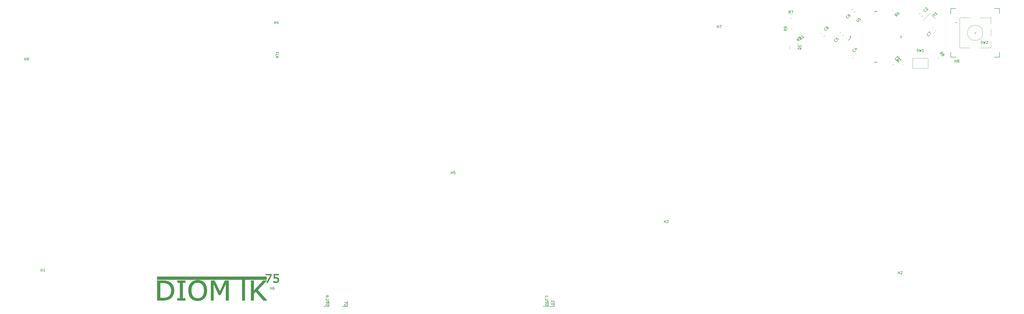
<source format=gbr>
%TF.GenerationSoftware,KiCad,Pcbnew,(6.0.4)*%
%TF.CreationDate,2022-06-27T23:14:22+02:00*%
%TF.ProjectId,pcb-rounded,7063622d-726f-4756-9e64-65642e6b6963,rev?*%
%TF.SameCoordinates,Original*%
%TF.FileFunction,Legend,Top*%
%TF.FilePolarity,Positive*%
%FSLAX46Y46*%
G04 Gerber Fmt 4.6, Leading zero omitted, Abs format (unit mm)*
G04 Created by KiCad (PCBNEW (6.0.4)) date 2022-06-27 23:14:22*
%MOMM*%
%LPD*%
G01*
G04 APERTURE LIST*
%ADD10C,0.200000*%
%ADD11C,0.150000*%
%ADD12C,0.120000*%
G04 APERTURE END LIST*
D10*
G36*
X199926208Y-275607989D02*
G01*
X203662406Y-271592746D01*
X204902633Y-271592746D01*
X201466163Y-275210086D01*
X205062835Y-279287341D01*
X203734748Y-279287341D01*
X200691017Y-275861201D01*
X199926208Y-276677692D01*
X199926208Y-279287341D01*
X198903014Y-279287341D01*
X198903014Y-271592746D01*
X199926208Y-271592746D01*
X199926208Y-275607989D01*
G37*
X199926208Y-275607989D02*
X203662406Y-271592746D01*
X204902633Y-271592746D01*
X201466163Y-275210086D01*
X205062835Y-279287341D01*
X203734748Y-279287341D01*
X200691017Y-275861201D01*
X199926208Y-276677692D01*
X199926208Y-279287341D01*
X198903014Y-279287341D01*
X198903014Y-271592746D01*
X199926208Y-271592746D01*
X199926208Y-275607989D01*
G36*
X206887451Y-269522113D02*
G01*
X205378158Y-272357082D01*
X204898948Y-272357082D01*
X206504539Y-269414622D01*
X204605605Y-269414622D01*
X204605605Y-269022746D01*
X206887466Y-269022746D01*
X206887451Y-269522113D01*
G37*
X206887451Y-269522113D02*
X205378158Y-272357082D01*
X204898948Y-272357082D01*
X206504539Y-269414622D01*
X204605605Y-269414622D01*
X204605605Y-269022746D01*
X206887466Y-269022746D01*
X206887451Y-269522113D01*
G36*
X204916923Y-271145129D02*
G01*
X196444480Y-271145129D01*
X196444480Y-279308414D01*
X195416984Y-279308414D01*
X195416984Y-271145129D01*
X196444480Y-271145129D01*
X196444480Y-271144618D01*
X195416984Y-271144618D01*
X195416984Y-271145129D01*
X162263950Y-271145129D01*
X162263950Y-270053783D01*
X204916923Y-270053783D01*
X204916923Y-271145129D01*
G37*
X204916923Y-271145129D02*
X196444480Y-271145129D01*
X196444480Y-279308414D01*
X195416984Y-279308414D01*
X195416984Y-271145129D01*
X196444480Y-271145129D01*
X196444480Y-271144618D01*
X195416984Y-271144618D01*
X195416984Y-271145129D01*
X162263950Y-271145129D01*
X162263950Y-270053783D01*
X204916923Y-270053783D01*
X204916923Y-271145129D01*
G36*
X174454536Y-274984641D02*
G01*
X174473915Y-274764856D01*
X174501045Y-274551207D01*
X174535927Y-274343694D01*
X174578560Y-274142318D01*
X174628944Y-273947079D01*
X174687080Y-273757976D01*
X174718974Y-273665161D01*
X174752644Y-273574041D01*
X174788091Y-273484617D01*
X174825314Y-273396889D01*
X174864313Y-273310856D01*
X174905089Y-273226519D01*
X174947641Y-273143877D01*
X174991970Y-273062931D01*
X175038075Y-272983681D01*
X175085956Y-272906126D01*
X175135614Y-272830267D01*
X175187048Y-272756103D01*
X175240259Y-272683635D01*
X175295246Y-272612863D01*
X175352009Y-272543786D01*
X175410548Y-272476405D01*
X175468240Y-272414031D01*
X175527627Y-272353513D01*
X175588710Y-272294853D01*
X175651488Y-272238049D01*
X175715962Y-272183103D01*
X175782132Y-272130013D01*
X175849997Y-272078781D01*
X175919558Y-272029406D01*
X175990815Y-271981888D01*
X176063767Y-271936226D01*
X176138415Y-271892422D01*
X176214759Y-271850475D01*
X176292798Y-271810385D01*
X176372533Y-271772153D01*
X176453964Y-271735777D01*
X176537090Y-271701259D01*
X176622174Y-271668719D01*
X176708186Y-271638278D01*
X176795128Y-271609937D01*
X176882997Y-271583695D01*
X176971796Y-271559553D01*
X177061523Y-271537510D01*
X177152178Y-271517566D01*
X177243762Y-271499722D01*
X177336275Y-271483977D01*
X177429716Y-271470331D01*
X177524086Y-271458785D01*
X177619385Y-271449338D01*
X177715612Y-271441991D01*
X177812767Y-271436742D01*
X177910851Y-271433594D01*
X178009864Y-271432544D01*
X178112550Y-271433614D01*
X178213904Y-271436823D01*
X178313926Y-271442173D01*
X178412615Y-271449661D01*
X178509973Y-271459290D01*
X178605997Y-271471059D01*
X178700690Y-271484967D01*
X178794051Y-271501015D01*
X178886079Y-271519203D01*
X178976775Y-271539530D01*
X179066138Y-271561997D01*
X179154170Y-271586605D01*
X179240869Y-271613352D01*
X179326236Y-271642238D01*
X179410270Y-271673265D01*
X179492973Y-271706432D01*
X179574868Y-271740930D01*
X179655188Y-271777244D01*
X179733934Y-271815376D01*
X179811105Y-271855324D01*
X179886702Y-271897088D01*
X179960724Y-271940670D01*
X180033172Y-271986068D01*
X180104045Y-272033282D01*
X180173343Y-272082314D01*
X180241068Y-272133162D01*
X180307217Y-272185827D01*
X180371793Y-272240309D01*
X180434793Y-272296608D01*
X180496220Y-272354723D01*
X180556071Y-272414656D01*
X180614349Y-272476405D01*
X180614341Y-272476405D01*
X180672255Y-272541908D01*
X180728433Y-272609229D01*
X180782875Y-272678366D01*
X180835580Y-272749319D01*
X180886550Y-272822090D01*
X180935784Y-272896678D01*
X180983282Y-272973082D01*
X181029043Y-273051303D01*
X181073069Y-273131341D01*
X181115359Y-273213195D01*
X181155913Y-273296867D01*
X181194730Y-273382355D01*
X181231812Y-273469659D01*
X181267158Y-273558780D01*
X181300767Y-273649718D01*
X181332641Y-273742473D01*
X181363304Y-273836923D01*
X181391989Y-273932947D01*
X181418695Y-274030547D01*
X181443423Y-274129721D01*
X181466173Y-274230469D01*
X181486945Y-274332792D01*
X181505738Y-274436690D01*
X181522553Y-274542162D01*
X181537390Y-274649209D01*
X181550249Y-274757830D01*
X181570031Y-274979796D01*
X181581900Y-275208060D01*
X181585857Y-275442622D01*
X181581819Y-275677265D01*
X181569708Y-275905771D01*
X181549522Y-276128140D01*
X181521261Y-276344372D01*
X181484926Y-276554468D01*
X181440517Y-276758427D01*
X181388033Y-276956250D01*
X181327476Y-277147937D01*
X181295017Y-277240631D01*
X181260943Y-277331387D01*
X181225254Y-277420205D01*
X181187951Y-277507085D01*
X181149032Y-277592028D01*
X181108499Y-277675033D01*
X181066351Y-277756100D01*
X181022588Y-277835229D01*
X180977210Y-277912420D01*
X180930217Y-277987674D01*
X180881609Y-278060990D01*
X180831386Y-278132368D01*
X180779548Y-278201808D01*
X180726095Y-278269310D01*
X180671028Y-278334875D01*
X180614345Y-278398502D01*
X180554231Y-278462734D01*
X180492744Y-278524947D01*
X180429885Y-278585142D01*
X180365653Y-278643318D01*
X180300048Y-278699475D01*
X180233070Y-278753614D01*
X180164720Y-278805734D01*
X180094998Y-278855836D01*
X180023902Y-278903919D01*
X179951434Y-278949983D01*
X179877594Y-278994029D01*
X179802380Y-279036056D01*
X179725794Y-279076065D01*
X179647835Y-279114054D01*
X179568504Y-279150026D01*
X179487800Y-279183978D01*
X179406329Y-279215892D01*
X179323404Y-279245747D01*
X179239026Y-279273543D01*
X179153195Y-279299280D01*
X179065911Y-279322958D01*
X178977173Y-279344578D01*
X178886982Y-279364138D01*
X178795337Y-279381640D01*
X178702240Y-279397082D01*
X178607688Y-279410466D01*
X178511684Y-279421790D01*
X178414226Y-279431056D01*
X178315315Y-279438262D01*
X178214950Y-279443410D01*
X178113132Y-279446498D01*
X178009860Y-279447528D01*
X177909011Y-279446478D01*
X177809292Y-279443329D01*
X177710703Y-279438081D01*
X177613245Y-279430734D01*
X177516918Y-279421287D01*
X177421720Y-279409741D01*
X177327654Y-279396095D01*
X177234717Y-279380350D01*
X177142911Y-279362506D01*
X177052236Y-279342562D01*
X176962691Y-279320519D01*
X176874276Y-279296377D01*
X176786991Y-279270135D01*
X176700837Y-279241794D01*
X176615814Y-279211353D01*
X176531921Y-279178813D01*
X176450006Y-279144275D01*
X176369625Y-279107839D01*
X176290778Y-279069505D01*
X176213465Y-279029274D01*
X176137687Y-278987146D01*
X176063443Y-278943121D01*
X175990732Y-278897197D01*
X175919556Y-278849377D01*
X175849915Y-278799659D01*
X175781807Y-278748043D01*
X175715234Y-278694530D01*
X175650194Y-278639119D01*
X175586689Y-278581811D01*
X175524719Y-278522606D01*
X175464282Y-278461502D01*
X175405380Y-278398502D01*
X175348071Y-278333644D01*
X175292418Y-278266969D01*
X175238420Y-278198477D01*
X175186078Y-278128169D01*
X175135391Y-278056044D01*
X175086359Y-277982103D01*
X175038982Y-277906345D01*
X174993261Y-277828770D01*
X174949195Y-277749378D01*
X174906784Y-277668170D01*
X174866028Y-277585145D01*
X174826928Y-277500304D01*
X174789483Y-277413646D01*
X174753693Y-277325171D01*
X174719559Y-277234880D01*
X174687080Y-277142772D01*
X174657043Y-277048927D01*
X174628944Y-276953426D01*
X174602783Y-276856270D01*
X174578560Y-276757459D01*
X174556274Y-276656993D01*
X174535927Y-276554872D01*
X174517517Y-276451095D01*
X174501045Y-276345663D01*
X174486511Y-276238576D01*
X174473915Y-276129834D01*
X174454536Y-275907384D01*
X174442909Y-275678313D01*
X174439033Y-275442622D01*
X175503558Y-275442622D01*
X175506223Y-275629121D01*
X175514217Y-275810088D01*
X175527539Y-275985525D01*
X175546191Y-276155430D01*
X175570172Y-276319805D01*
X175599482Y-276478649D01*
X175634121Y-276631962D01*
X175674090Y-276779744D01*
X175719387Y-276921996D01*
X175770014Y-277058716D01*
X175825969Y-277189905D01*
X175887254Y-277315564D01*
X175953868Y-277435691D01*
X176025810Y-277550288D01*
X176103082Y-277659354D01*
X176185684Y-277762889D01*
X176272766Y-277859883D01*
X176363482Y-277950619D01*
X176457831Y-278035098D01*
X176555814Y-278113319D01*
X176657430Y-278185282D01*
X176762680Y-278250987D01*
X176871564Y-278310435D01*
X176984081Y-278363625D01*
X177100231Y-278410557D01*
X177220015Y-278451232D01*
X177343432Y-278485648D01*
X177470483Y-278513808D01*
X177601167Y-278535709D01*
X177735485Y-278551353D01*
X177873437Y-278560740D01*
X178015022Y-278563869D01*
X178156586Y-278560740D01*
X178294477Y-278551353D01*
X178428694Y-278535709D01*
X178559237Y-278513808D01*
X178686107Y-278485648D01*
X178809302Y-278451232D01*
X178928824Y-278410557D01*
X179044672Y-278363625D01*
X179156846Y-278310435D01*
X179265346Y-278250987D01*
X179370172Y-278185282D01*
X179471324Y-278113319D01*
X179568803Y-278035098D01*
X179662607Y-277950619D01*
X179752738Y-277859883D01*
X179839195Y-277762889D01*
X179921796Y-277659354D01*
X179999068Y-277550288D01*
X180071011Y-277435691D01*
X180137624Y-277315564D01*
X180198909Y-277189905D01*
X180254865Y-277058716D01*
X180305491Y-276921996D01*
X180350788Y-276779744D01*
X180390757Y-276631962D01*
X180425396Y-276478649D01*
X180454706Y-276319805D01*
X180478687Y-276155430D01*
X180497339Y-275985525D01*
X180510661Y-275810088D01*
X180518655Y-275629121D01*
X180521320Y-275442622D01*
X180518695Y-275257980D01*
X180510823Y-275078708D01*
X180497702Y-274904805D01*
X180479333Y-274736271D01*
X180455715Y-274573108D01*
X180426849Y-274415313D01*
X180392735Y-274262889D01*
X180353372Y-274115833D01*
X180308761Y-273974148D01*
X180258901Y-273837832D01*
X180203793Y-273706885D01*
X180143437Y-273581308D01*
X180077833Y-273461100D01*
X180006980Y-273346262D01*
X179930878Y-273236793D01*
X179849529Y-273132693D01*
X179763637Y-273033823D01*
X179673910Y-272941331D01*
X179580348Y-272855218D01*
X179482950Y-272775483D01*
X179381717Y-272702128D01*
X179276649Y-272635151D01*
X179167745Y-272574552D01*
X179055006Y-272520332D01*
X178938431Y-272472492D01*
X178818022Y-272431029D01*
X178693777Y-272395946D01*
X178565696Y-272367241D01*
X178433781Y-272344916D01*
X178298030Y-272328969D01*
X178158443Y-272319400D01*
X178015022Y-272316211D01*
X177870349Y-272319400D01*
X177729592Y-272328969D01*
X177592751Y-272344916D01*
X177459826Y-272367241D01*
X177330817Y-272395946D01*
X177205724Y-272431029D01*
X177084548Y-272472492D01*
X176967287Y-272520332D01*
X176853942Y-272574552D01*
X176744514Y-272635151D01*
X176639001Y-272702128D01*
X176537405Y-272775483D01*
X176439725Y-272855218D01*
X176345961Y-272941331D01*
X176256113Y-273033823D01*
X176170181Y-273132693D01*
X176089457Y-273236793D01*
X176013941Y-273346262D01*
X175943633Y-273461100D01*
X175878533Y-273581308D01*
X175818641Y-273706885D01*
X175763957Y-273837832D01*
X175714481Y-273974148D01*
X175670214Y-274115833D01*
X175631154Y-274262889D01*
X175597302Y-274415313D01*
X175568658Y-274573108D01*
X175545222Y-274736271D01*
X175526994Y-274904805D01*
X175513974Y-275078708D01*
X175506162Y-275257980D01*
X175503558Y-275442622D01*
X174439033Y-275442622D01*
X174442909Y-275210563D01*
X174454536Y-274984641D01*
G37*
X174454536Y-274984641D02*
X174473915Y-274764856D01*
X174501045Y-274551207D01*
X174535927Y-274343694D01*
X174578560Y-274142318D01*
X174628944Y-273947079D01*
X174687080Y-273757976D01*
X174718974Y-273665161D01*
X174752644Y-273574041D01*
X174788091Y-273484617D01*
X174825314Y-273396889D01*
X174864313Y-273310856D01*
X174905089Y-273226519D01*
X174947641Y-273143877D01*
X174991970Y-273062931D01*
X175038075Y-272983681D01*
X175085956Y-272906126D01*
X175135614Y-272830267D01*
X175187048Y-272756103D01*
X175240259Y-272683635D01*
X175295246Y-272612863D01*
X175352009Y-272543786D01*
X175410548Y-272476405D01*
X175468240Y-272414031D01*
X175527627Y-272353513D01*
X175588710Y-272294853D01*
X175651488Y-272238049D01*
X175715962Y-272183103D01*
X175782132Y-272130013D01*
X175849997Y-272078781D01*
X175919558Y-272029406D01*
X175990815Y-271981888D01*
X176063767Y-271936226D01*
X176138415Y-271892422D01*
X176214759Y-271850475D01*
X176292798Y-271810385D01*
X176372533Y-271772153D01*
X176453964Y-271735777D01*
X176537090Y-271701259D01*
X176622174Y-271668719D01*
X176708186Y-271638278D01*
X176795128Y-271609937D01*
X176882997Y-271583695D01*
X176971796Y-271559553D01*
X177061523Y-271537510D01*
X177152178Y-271517566D01*
X177243762Y-271499722D01*
X177336275Y-271483977D01*
X177429716Y-271470331D01*
X177524086Y-271458785D01*
X177619385Y-271449338D01*
X177715612Y-271441991D01*
X177812767Y-271436742D01*
X177910851Y-271433594D01*
X178009864Y-271432544D01*
X178112550Y-271433614D01*
X178213904Y-271436823D01*
X178313926Y-271442173D01*
X178412615Y-271449661D01*
X178509973Y-271459290D01*
X178605997Y-271471059D01*
X178700690Y-271484967D01*
X178794051Y-271501015D01*
X178886079Y-271519203D01*
X178976775Y-271539530D01*
X179066138Y-271561997D01*
X179154170Y-271586605D01*
X179240869Y-271613352D01*
X179326236Y-271642238D01*
X179410270Y-271673265D01*
X179492973Y-271706432D01*
X179574868Y-271740930D01*
X179655188Y-271777244D01*
X179733934Y-271815376D01*
X179811105Y-271855324D01*
X179886702Y-271897088D01*
X179960724Y-271940670D01*
X180033172Y-271986068D01*
X180104045Y-272033282D01*
X180173343Y-272082314D01*
X180241068Y-272133162D01*
X180307217Y-272185827D01*
X180371793Y-272240309D01*
X180434793Y-272296608D01*
X180496220Y-272354723D01*
X180556071Y-272414656D01*
X180614349Y-272476405D01*
X180614341Y-272476405D01*
X180672255Y-272541908D01*
X180728433Y-272609229D01*
X180782875Y-272678366D01*
X180835580Y-272749319D01*
X180886550Y-272822090D01*
X180935784Y-272896678D01*
X180983282Y-272973082D01*
X181029043Y-273051303D01*
X181073069Y-273131341D01*
X181115359Y-273213195D01*
X181155913Y-273296867D01*
X181194730Y-273382355D01*
X181231812Y-273469659D01*
X181267158Y-273558780D01*
X181300767Y-273649718D01*
X181332641Y-273742473D01*
X181363304Y-273836923D01*
X181391989Y-273932947D01*
X181418695Y-274030547D01*
X181443423Y-274129721D01*
X181466173Y-274230469D01*
X181486945Y-274332792D01*
X181505738Y-274436690D01*
X181522553Y-274542162D01*
X181537390Y-274649209D01*
X181550249Y-274757830D01*
X181570031Y-274979796D01*
X181581900Y-275208060D01*
X181585857Y-275442622D01*
X181581819Y-275677265D01*
X181569708Y-275905771D01*
X181549522Y-276128140D01*
X181521261Y-276344372D01*
X181484926Y-276554468D01*
X181440517Y-276758427D01*
X181388033Y-276956250D01*
X181327476Y-277147937D01*
X181295017Y-277240631D01*
X181260943Y-277331387D01*
X181225254Y-277420205D01*
X181187951Y-277507085D01*
X181149032Y-277592028D01*
X181108499Y-277675033D01*
X181066351Y-277756100D01*
X181022588Y-277835229D01*
X180977210Y-277912420D01*
X180930217Y-277987674D01*
X180881609Y-278060990D01*
X180831386Y-278132368D01*
X180779548Y-278201808D01*
X180726095Y-278269310D01*
X180671028Y-278334875D01*
X180614345Y-278398502D01*
X180554231Y-278462734D01*
X180492744Y-278524947D01*
X180429885Y-278585142D01*
X180365653Y-278643318D01*
X180300048Y-278699475D01*
X180233070Y-278753614D01*
X180164720Y-278805734D01*
X180094998Y-278855836D01*
X180023902Y-278903919D01*
X179951434Y-278949983D01*
X179877594Y-278994029D01*
X179802380Y-279036056D01*
X179725794Y-279076065D01*
X179647835Y-279114054D01*
X179568504Y-279150026D01*
X179487800Y-279183978D01*
X179406329Y-279215892D01*
X179323404Y-279245747D01*
X179239026Y-279273543D01*
X179153195Y-279299280D01*
X179065911Y-279322958D01*
X178977173Y-279344578D01*
X178886982Y-279364138D01*
X178795337Y-279381640D01*
X178702240Y-279397082D01*
X178607688Y-279410466D01*
X178511684Y-279421790D01*
X178414226Y-279431056D01*
X178315315Y-279438262D01*
X178214950Y-279443410D01*
X178113132Y-279446498D01*
X178009860Y-279447528D01*
X177909011Y-279446478D01*
X177809292Y-279443329D01*
X177710703Y-279438081D01*
X177613245Y-279430734D01*
X177516918Y-279421287D01*
X177421720Y-279409741D01*
X177327654Y-279396095D01*
X177234717Y-279380350D01*
X177142911Y-279362506D01*
X177052236Y-279342562D01*
X176962691Y-279320519D01*
X176874276Y-279296377D01*
X176786991Y-279270135D01*
X176700837Y-279241794D01*
X176615814Y-279211353D01*
X176531921Y-279178813D01*
X176450006Y-279144275D01*
X176369625Y-279107839D01*
X176290778Y-279069505D01*
X176213465Y-279029274D01*
X176137687Y-278987146D01*
X176063443Y-278943121D01*
X175990732Y-278897197D01*
X175919556Y-278849377D01*
X175849915Y-278799659D01*
X175781807Y-278748043D01*
X175715234Y-278694530D01*
X175650194Y-278639119D01*
X175586689Y-278581811D01*
X175524719Y-278522606D01*
X175464282Y-278461502D01*
X175405380Y-278398502D01*
X175348071Y-278333644D01*
X175292418Y-278266969D01*
X175238420Y-278198477D01*
X175186078Y-278128169D01*
X175135391Y-278056044D01*
X175086359Y-277982103D01*
X175038982Y-277906345D01*
X174993261Y-277828770D01*
X174949195Y-277749378D01*
X174906784Y-277668170D01*
X174866028Y-277585145D01*
X174826928Y-277500304D01*
X174789483Y-277413646D01*
X174753693Y-277325171D01*
X174719559Y-277234880D01*
X174687080Y-277142772D01*
X174657043Y-277048927D01*
X174628944Y-276953426D01*
X174602783Y-276856270D01*
X174578560Y-276757459D01*
X174556274Y-276656993D01*
X174535927Y-276554872D01*
X174517517Y-276451095D01*
X174501045Y-276345663D01*
X174486511Y-276238576D01*
X174473915Y-276129834D01*
X174454536Y-275907384D01*
X174442909Y-275678313D01*
X174439033Y-275442622D01*
X175503558Y-275442622D01*
X175506223Y-275629121D01*
X175514217Y-275810088D01*
X175527539Y-275985525D01*
X175546191Y-276155430D01*
X175570172Y-276319805D01*
X175599482Y-276478649D01*
X175634121Y-276631962D01*
X175674090Y-276779744D01*
X175719387Y-276921996D01*
X175770014Y-277058716D01*
X175825969Y-277189905D01*
X175887254Y-277315564D01*
X175953868Y-277435691D01*
X176025810Y-277550288D01*
X176103082Y-277659354D01*
X176185684Y-277762889D01*
X176272766Y-277859883D01*
X176363482Y-277950619D01*
X176457831Y-278035098D01*
X176555814Y-278113319D01*
X176657430Y-278185282D01*
X176762680Y-278250987D01*
X176871564Y-278310435D01*
X176984081Y-278363625D01*
X177100231Y-278410557D01*
X177220015Y-278451232D01*
X177343432Y-278485648D01*
X177470483Y-278513808D01*
X177601167Y-278535709D01*
X177735485Y-278551353D01*
X177873437Y-278560740D01*
X178015022Y-278563869D01*
X178156586Y-278560740D01*
X178294477Y-278551353D01*
X178428694Y-278535709D01*
X178559237Y-278513808D01*
X178686107Y-278485648D01*
X178809302Y-278451232D01*
X178928824Y-278410557D01*
X179044672Y-278363625D01*
X179156846Y-278310435D01*
X179265346Y-278250987D01*
X179370172Y-278185282D01*
X179471324Y-278113319D01*
X179568803Y-278035098D01*
X179662607Y-277950619D01*
X179752738Y-277859883D01*
X179839195Y-277762889D01*
X179921796Y-277659354D01*
X179999068Y-277550288D01*
X180071011Y-277435691D01*
X180137624Y-277315564D01*
X180198909Y-277189905D01*
X180254865Y-277058716D01*
X180305491Y-276921996D01*
X180350788Y-276779744D01*
X180390757Y-276631962D01*
X180425396Y-276478649D01*
X180454706Y-276319805D01*
X180478687Y-276155430D01*
X180497339Y-275985525D01*
X180510661Y-275810088D01*
X180518655Y-275629121D01*
X180521320Y-275442622D01*
X180518695Y-275257980D01*
X180510823Y-275078708D01*
X180497702Y-274904805D01*
X180479333Y-274736271D01*
X180455715Y-274573108D01*
X180426849Y-274415313D01*
X180392735Y-274262889D01*
X180353372Y-274115833D01*
X180308761Y-273974148D01*
X180258901Y-273837832D01*
X180203793Y-273706885D01*
X180143437Y-273581308D01*
X180077833Y-273461100D01*
X180006980Y-273346262D01*
X179930878Y-273236793D01*
X179849529Y-273132693D01*
X179763637Y-273033823D01*
X179673910Y-272941331D01*
X179580348Y-272855218D01*
X179482950Y-272775483D01*
X179381717Y-272702128D01*
X179276649Y-272635151D01*
X179167745Y-272574552D01*
X179055006Y-272520332D01*
X178938431Y-272472492D01*
X178818022Y-272431029D01*
X178693777Y-272395946D01*
X178565696Y-272367241D01*
X178433781Y-272344916D01*
X178298030Y-272328969D01*
X178158443Y-272319400D01*
X178015022Y-272316211D01*
X177870349Y-272319400D01*
X177729592Y-272328969D01*
X177592751Y-272344916D01*
X177459826Y-272367241D01*
X177330817Y-272395946D01*
X177205724Y-272431029D01*
X177084548Y-272472492D01*
X176967287Y-272520332D01*
X176853942Y-272574552D01*
X176744514Y-272635151D01*
X176639001Y-272702128D01*
X176537405Y-272775483D01*
X176439725Y-272855218D01*
X176345961Y-272941331D01*
X176256113Y-273033823D01*
X176170181Y-273132693D01*
X176089457Y-273236793D01*
X176013941Y-273346262D01*
X175943633Y-273461100D01*
X175878533Y-273581308D01*
X175818641Y-273706885D01*
X175763957Y-273837832D01*
X175714481Y-273974148D01*
X175670214Y-274115833D01*
X175631154Y-274262889D01*
X175597302Y-274415313D01*
X175568658Y-274573108D01*
X175545222Y-274736271D01*
X175526994Y-274904805D01*
X175513974Y-275078708D01*
X175506162Y-275257980D01*
X175503558Y-275442622D01*
X174439033Y-275442622D01*
X174442909Y-275210563D01*
X174454536Y-274984641D01*
G36*
X173136783Y-272378223D02*
G01*
X172129096Y-272378223D01*
X172129096Y-278501865D01*
X173136783Y-278501865D01*
X173136783Y-279287341D01*
X170098216Y-279287341D01*
X170098216Y-278501865D01*
X171105903Y-278501865D01*
X171105903Y-272378223D01*
X170098216Y-272378223D01*
X170098216Y-271592746D01*
X173136783Y-271592746D01*
X173136783Y-272378223D01*
G37*
X173136783Y-272378223D02*
X172129096Y-272378223D01*
X172129096Y-278501865D01*
X173136783Y-278501865D01*
X173136783Y-279287341D01*
X170098216Y-279287341D01*
X170098216Y-278501865D01*
X171105903Y-278501865D01*
X171105903Y-272378223D01*
X170098216Y-272378223D01*
X170098216Y-271592746D01*
X173136783Y-271592746D01*
X173136783Y-272378223D01*
G36*
X186655296Y-275876712D02*
G01*
X188639663Y-271592746D01*
X190060760Y-271592746D01*
X190060760Y-279287341D01*
X189037566Y-279287341D01*
X189037566Y-272657275D01*
X186898170Y-277168613D01*
X186288390Y-277168613D01*
X184164497Y-272657275D01*
X184164497Y-279287341D01*
X183208488Y-279287341D01*
X183208488Y-271592746D01*
X184603748Y-271592746D01*
X186655296Y-275876712D01*
G37*
X186655296Y-275876712D02*
X188639663Y-271592746D01*
X190060760Y-271592746D01*
X190060760Y-279287341D01*
X189037566Y-279287341D01*
X189037566Y-272657275D01*
X186898170Y-277168613D01*
X186288390Y-277168613D01*
X184164497Y-272657275D01*
X184164497Y-279287341D01*
X183208488Y-279287341D01*
X183208488Y-271592746D01*
X184603748Y-271592746D01*
X186655296Y-275876712D01*
G36*
X164191615Y-271592746D02*
G01*
X164465985Y-271595330D01*
X164725820Y-271603081D01*
X164971121Y-271616001D01*
X165201888Y-271634088D01*
X165418121Y-271657342D01*
X165619819Y-271685765D01*
X165806984Y-271719355D01*
X165979614Y-271758113D01*
X166143040Y-271800100D01*
X166300006Y-271845962D01*
X166450513Y-271895700D01*
X166594560Y-271949314D01*
X166732148Y-272006804D01*
X166863276Y-272068169D01*
X166987945Y-272133409D01*
X167047857Y-272167483D01*
X167106155Y-272202525D01*
X167202988Y-272265162D01*
X167297115Y-272330342D01*
X167388538Y-272398065D01*
X167477256Y-272468333D01*
X167563269Y-272541144D01*
X167646577Y-272616498D01*
X167727179Y-272694396D01*
X167805077Y-272774838D01*
X167880270Y-272857823D01*
X167952758Y-272943351D01*
X168022541Y-273031423D01*
X168089619Y-273122039D01*
X168153993Y-273215198D01*
X168215661Y-273310901D01*
X168274624Y-273409147D01*
X168330882Y-273509936D01*
X168384072Y-273613187D01*
X168433831Y-273718820D01*
X168480158Y-273826836D01*
X168523053Y-273937233D01*
X168562517Y-274050012D01*
X168598549Y-274165174D01*
X168631149Y-274282717D01*
X168660318Y-274402642D01*
X168686055Y-274524950D01*
X168708360Y-274649639D01*
X168727234Y-274776710D01*
X168742677Y-274906164D01*
X168754687Y-275037999D01*
X168763266Y-275172216D01*
X168768414Y-275308814D01*
X168770130Y-275447795D01*
X168770137Y-275447795D01*
X168768341Y-275578156D01*
X168762951Y-275706983D01*
X168753968Y-275834275D01*
X168741392Y-275960034D01*
X168725223Y-276084259D01*
X168705461Y-276206949D01*
X168682106Y-276328106D01*
X168655158Y-276447728D01*
X168624616Y-276565817D01*
X168590482Y-276682371D01*
X168552754Y-276797392D01*
X168511433Y-276910878D01*
X168466519Y-277022830D01*
X168418012Y-277133248D01*
X168365912Y-277242133D01*
X168310218Y-277349483D01*
X168252184Y-277454572D01*
X168191767Y-277556674D01*
X168128968Y-277655788D01*
X168063788Y-277751914D01*
X167996225Y-277845053D01*
X167926280Y-277935204D01*
X167853953Y-278022368D01*
X167779245Y-278106544D01*
X167702154Y-278187732D01*
X167622681Y-278265933D01*
X167540827Y-278341146D01*
X167456590Y-278413371D01*
X167369972Y-278482609D01*
X167280971Y-278548859D01*
X167189589Y-278612122D01*
X167095825Y-278672397D01*
X167029453Y-278712386D01*
X166962112Y-278750961D01*
X166893802Y-278788124D01*
X166824524Y-278823874D01*
X166754276Y-278858210D01*
X166683060Y-278891134D01*
X166610874Y-278922644D01*
X166537720Y-278952742D01*
X166463597Y-278981426D01*
X166388505Y-279008697D01*
X166312444Y-279034556D01*
X166235414Y-279059001D01*
X166157415Y-279082033D01*
X166078447Y-279103652D01*
X165998511Y-279123857D01*
X165917606Y-279142650D01*
X165749657Y-279176561D01*
X165568790Y-279205951D01*
X165375003Y-279230820D01*
X165168298Y-279251167D01*
X164948674Y-279266993D01*
X164716131Y-279278298D01*
X164470668Y-279285080D01*
X164212287Y-279287341D01*
X162269260Y-279287341D01*
X162269260Y-278408832D01*
X163292453Y-278408832D01*
X164253631Y-278408832D01*
X164435387Y-278407136D01*
X164611167Y-278402050D01*
X164780973Y-278393572D01*
X164944803Y-278381703D01*
X165102657Y-278366442D01*
X165254537Y-278347790D01*
X165400441Y-278325746D01*
X165540370Y-278300311D01*
X165609124Y-278286019D01*
X165677151Y-278270274D01*
X165744452Y-278253075D01*
X165811025Y-278234423D01*
X165876872Y-278214318D01*
X165941992Y-278192759D01*
X166006386Y-278169747D01*
X166070052Y-278145282D01*
X166132992Y-278119363D01*
X166195206Y-278091991D01*
X166256692Y-278063165D01*
X166317452Y-278032886D01*
X166377486Y-278001154D01*
X166436792Y-277967968D01*
X166495372Y-277933328D01*
X166553226Y-277897235D01*
X166623796Y-277850463D01*
X166692106Y-277801875D01*
X166758155Y-277751470D01*
X166821942Y-277699248D01*
X166883469Y-277645210D01*
X166942736Y-277589355D01*
X166999741Y-277531683D01*
X167054486Y-277472195D01*
X167106969Y-277410890D01*
X167157192Y-277347768D01*
X167205154Y-277282830D01*
X167250855Y-277216075D01*
X167294296Y-277147504D01*
X167335475Y-277077115D01*
X167374394Y-277004910D01*
X167411052Y-276930888D01*
X167446095Y-276854787D01*
X167478877Y-276776345D01*
X167509398Y-276695561D01*
X167537659Y-276612435D01*
X167563658Y-276526968D01*
X167587397Y-276439159D01*
X167608875Y-276349008D01*
X167628092Y-276256516D01*
X167645048Y-276161682D01*
X167659744Y-276064506D01*
X167672178Y-275964989D01*
X167682352Y-275863130D01*
X167690265Y-275758929D01*
X167695917Y-275652387D01*
X167699308Y-275543503D01*
X167700439Y-275432285D01*
X167699207Y-275320360D01*
X167695513Y-275210649D01*
X167689357Y-275103159D01*
X167680737Y-274997889D01*
X167669655Y-274894839D01*
X167656110Y-274794010D01*
X167640103Y-274695401D01*
X167621632Y-274599012D01*
X167600700Y-274504845D01*
X167577304Y-274412897D01*
X167551446Y-274323170D01*
X167523125Y-274235663D01*
X167492341Y-274150377D01*
X167459095Y-274067311D01*
X167423387Y-273986465D01*
X167385215Y-273907840D01*
X167344601Y-273831354D01*
X167301565Y-273756928D01*
X167256106Y-273684560D01*
X167208225Y-273614252D01*
X167157922Y-273546002D01*
X167105196Y-273479812D01*
X167050047Y-273415681D01*
X166992477Y-273353608D01*
X166932484Y-273293595D01*
X166870068Y-273235641D01*
X166805230Y-273179746D01*
X166737970Y-273125909D01*
X166668288Y-273074132D01*
X166596183Y-273024414D01*
X166521655Y-272976755D01*
X166444705Y-272931155D01*
X166387640Y-272899483D01*
X166330130Y-272869062D01*
X166272176Y-272839893D01*
X166213778Y-272811975D01*
X166154936Y-272785309D01*
X166095649Y-272759895D01*
X166035919Y-272735732D01*
X165975744Y-272712820D01*
X165915125Y-272691160D01*
X165854062Y-272670752D01*
X165792555Y-272651596D01*
X165730604Y-272633691D01*
X165668209Y-272617038D01*
X165605370Y-272601636D01*
X165542086Y-272587486D01*
X165478359Y-272574588D01*
X165347310Y-272550365D01*
X165209965Y-272529371D01*
X165066321Y-272511607D01*
X164916379Y-272497072D01*
X164760139Y-272485768D01*
X164597601Y-272477693D01*
X164428765Y-272472848D01*
X164253631Y-272471233D01*
X163292453Y-272471233D01*
X163292453Y-278408832D01*
X162269260Y-278408832D01*
X162269260Y-271592746D01*
X164191615Y-271592746D01*
G37*
X164191615Y-271592746D02*
X164465985Y-271595330D01*
X164725820Y-271603081D01*
X164971121Y-271616001D01*
X165201888Y-271634088D01*
X165418121Y-271657342D01*
X165619819Y-271685765D01*
X165806984Y-271719355D01*
X165979614Y-271758113D01*
X166143040Y-271800100D01*
X166300006Y-271845962D01*
X166450513Y-271895700D01*
X166594560Y-271949314D01*
X166732148Y-272006804D01*
X166863276Y-272068169D01*
X166987945Y-272133409D01*
X167047857Y-272167483D01*
X167106155Y-272202525D01*
X167202988Y-272265162D01*
X167297115Y-272330342D01*
X167388538Y-272398065D01*
X167477256Y-272468333D01*
X167563269Y-272541144D01*
X167646577Y-272616498D01*
X167727179Y-272694396D01*
X167805077Y-272774838D01*
X167880270Y-272857823D01*
X167952758Y-272943351D01*
X168022541Y-273031423D01*
X168089619Y-273122039D01*
X168153993Y-273215198D01*
X168215661Y-273310901D01*
X168274624Y-273409147D01*
X168330882Y-273509936D01*
X168384072Y-273613187D01*
X168433831Y-273718820D01*
X168480158Y-273826836D01*
X168523053Y-273937233D01*
X168562517Y-274050012D01*
X168598549Y-274165174D01*
X168631149Y-274282717D01*
X168660318Y-274402642D01*
X168686055Y-274524950D01*
X168708360Y-274649639D01*
X168727234Y-274776710D01*
X168742677Y-274906164D01*
X168754687Y-275037999D01*
X168763266Y-275172216D01*
X168768414Y-275308814D01*
X168770130Y-275447795D01*
X168770137Y-275447795D01*
X168768341Y-275578156D01*
X168762951Y-275706983D01*
X168753968Y-275834275D01*
X168741392Y-275960034D01*
X168725223Y-276084259D01*
X168705461Y-276206949D01*
X168682106Y-276328106D01*
X168655158Y-276447728D01*
X168624616Y-276565817D01*
X168590482Y-276682371D01*
X168552754Y-276797392D01*
X168511433Y-276910878D01*
X168466519Y-277022830D01*
X168418012Y-277133248D01*
X168365912Y-277242133D01*
X168310218Y-277349483D01*
X168252184Y-277454572D01*
X168191767Y-277556674D01*
X168128968Y-277655788D01*
X168063788Y-277751914D01*
X167996225Y-277845053D01*
X167926280Y-277935204D01*
X167853953Y-278022368D01*
X167779245Y-278106544D01*
X167702154Y-278187732D01*
X167622681Y-278265933D01*
X167540827Y-278341146D01*
X167456590Y-278413371D01*
X167369972Y-278482609D01*
X167280971Y-278548859D01*
X167189589Y-278612122D01*
X167095825Y-278672397D01*
X167029453Y-278712386D01*
X166962112Y-278750961D01*
X166893802Y-278788124D01*
X166824524Y-278823874D01*
X166754276Y-278858210D01*
X166683060Y-278891134D01*
X166610874Y-278922644D01*
X166537720Y-278952742D01*
X166463597Y-278981426D01*
X166388505Y-279008697D01*
X166312444Y-279034556D01*
X166235414Y-279059001D01*
X166157415Y-279082033D01*
X166078447Y-279103652D01*
X165998511Y-279123857D01*
X165917606Y-279142650D01*
X165749657Y-279176561D01*
X165568790Y-279205951D01*
X165375003Y-279230820D01*
X165168298Y-279251167D01*
X164948674Y-279266993D01*
X164716131Y-279278298D01*
X164470668Y-279285080D01*
X164212287Y-279287341D01*
X162269260Y-279287341D01*
X162269260Y-278408832D01*
X163292453Y-278408832D01*
X164253631Y-278408832D01*
X164435387Y-278407136D01*
X164611167Y-278402050D01*
X164780973Y-278393572D01*
X164944803Y-278381703D01*
X165102657Y-278366442D01*
X165254537Y-278347790D01*
X165400441Y-278325746D01*
X165540370Y-278300311D01*
X165609124Y-278286019D01*
X165677151Y-278270274D01*
X165744452Y-278253075D01*
X165811025Y-278234423D01*
X165876872Y-278214318D01*
X165941992Y-278192759D01*
X166006386Y-278169747D01*
X166070052Y-278145282D01*
X166132992Y-278119363D01*
X166195206Y-278091991D01*
X166256692Y-278063165D01*
X166317452Y-278032886D01*
X166377486Y-278001154D01*
X166436792Y-277967968D01*
X166495372Y-277933328D01*
X166553226Y-277897235D01*
X166623796Y-277850463D01*
X166692106Y-277801875D01*
X166758155Y-277751470D01*
X166821942Y-277699248D01*
X166883469Y-277645210D01*
X166942736Y-277589355D01*
X166999741Y-277531683D01*
X167054486Y-277472195D01*
X167106969Y-277410890D01*
X167157192Y-277347768D01*
X167205154Y-277282830D01*
X167250855Y-277216075D01*
X167294296Y-277147504D01*
X167335475Y-277077115D01*
X167374394Y-277004910D01*
X167411052Y-276930888D01*
X167446095Y-276854787D01*
X167478877Y-276776345D01*
X167509398Y-276695561D01*
X167537659Y-276612435D01*
X167563658Y-276526968D01*
X167587397Y-276439159D01*
X167608875Y-276349008D01*
X167628092Y-276256516D01*
X167645048Y-276161682D01*
X167659744Y-276064506D01*
X167672178Y-275964989D01*
X167682352Y-275863130D01*
X167690265Y-275758929D01*
X167695917Y-275652387D01*
X167699308Y-275543503D01*
X167700439Y-275432285D01*
X167699207Y-275320360D01*
X167695513Y-275210649D01*
X167689357Y-275103159D01*
X167680737Y-274997889D01*
X167669655Y-274894839D01*
X167656110Y-274794010D01*
X167640103Y-274695401D01*
X167621632Y-274599012D01*
X167600700Y-274504845D01*
X167577304Y-274412897D01*
X167551446Y-274323170D01*
X167523125Y-274235663D01*
X167492341Y-274150377D01*
X167459095Y-274067311D01*
X167423387Y-273986465D01*
X167385215Y-273907840D01*
X167344601Y-273831354D01*
X167301565Y-273756928D01*
X167256106Y-273684560D01*
X167208225Y-273614252D01*
X167157922Y-273546002D01*
X167105196Y-273479812D01*
X167050047Y-273415681D01*
X166992477Y-273353608D01*
X166932484Y-273293595D01*
X166870068Y-273235641D01*
X166805230Y-273179746D01*
X166737970Y-273125909D01*
X166668288Y-273074132D01*
X166596183Y-273024414D01*
X166521655Y-272976755D01*
X166444705Y-272931155D01*
X166387640Y-272899483D01*
X166330130Y-272869062D01*
X166272176Y-272839893D01*
X166213778Y-272811975D01*
X166154936Y-272785309D01*
X166095649Y-272759895D01*
X166035919Y-272735732D01*
X165975744Y-272712820D01*
X165915125Y-272691160D01*
X165854062Y-272670752D01*
X165792555Y-272651596D01*
X165730604Y-272633691D01*
X165668209Y-272617038D01*
X165605370Y-272601636D01*
X165542086Y-272587486D01*
X165478359Y-272574588D01*
X165347310Y-272550365D01*
X165209965Y-272529371D01*
X165066321Y-272511607D01*
X164916379Y-272497072D01*
X164760139Y-272485768D01*
X164597601Y-272477693D01*
X164428765Y-272472848D01*
X164253631Y-272471233D01*
X163292453Y-272471233D01*
X163292453Y-278408832D01*
X162269260Y-278408832D01*
X162269260Y-271592746D01*
X164191615Y-271592746D01*
G36*
X209744804Y-269414622D02*
G01*
X208170570Y-269414622D01*
X208170570Y-270301387D01*
X208218995Y-270297170D01*
X208267981Y-270293524D01*
X208317526Y-270290449D01*
X208367629Y-270287944D01*
X208416334Y-270285976D01*
X208461681Y-270284569D01*
X208503669Y-270283724D01*
X208542297Y-270283443D01*
X208608987Y-270284178D01*
X208673578Y-270286382D01*
X208736068Y-270290057D01*
X208796459Y-270295200D01*
X208854751Y-270301814D01*
X208910943Y-270309897D01*
X208965035Y-270319449D01*
X209017028Y-270330470D01*
X209042370Y-270336349D01*
X209067449Y-270342788D01*
X209092266Y-270349786D01*
X209116819Y-270357344D01*
X209141111Y-270365462D01*
X209165139Y-270374139D01*
X209188906Y-270383376D01*
X209212409Y-270393173D01*
X209235650Y-270403530D01*
X209258629Y-270414447D01*
X209281345Y-270425923D01*
X209303799Y-270437959D01*
X209325991Y-270450555D01*
X209347920Y-270463711D01*
X209369586Y-270477427D01*
X209390991Y-270491702D01*
X209413069Y-270507377D01*
X209434517Y-270523612D01*
X209455336Y-270540407D01*
X209475525Y-270557762D01*
X209495084Y-270575676D01*
X209514013Y-270594151D01*
X209532313Y-270613185D01*
X209549982Y-270632779D01*
X209567022Y-270652933D01*
X209583432Y-270673647D01*
X209599212Y-270694921D01*
X209614362Y-270716755D01*
X209628882Y-270739148D01*
X209642772Y-270762101D01*
X209656032Y-270785615D01*
X209668662Y-270809688D01*
X209680594Y-270834424D01*
X209691756Y-270859931D01*
X209702148Y-270886207D01*
X209711771Y-270913254D01*
X209720623Y-270941070D01*
X209728706Y-270969656D01*
X209736019Y-270999012D01*
X209742563Y-271029138D01*
X209748336Y-271060033D01*
X209753340Y-271091699D01*
X209757574Y-271124134D01*
X209761038Y-271157339D01*
X209763732Y-271191313D01*
X209765656Y-271226057D01*
X209766811Y-271261571D01*
X209767196Y-271297855D01*
X209767211Y-271297885D01*
X209766879Y-271326917D01*
X209765882Y-271355792D01*
X209764220Y-271384510D01*
X209761893Y-271413070D01*
X209758901Y-271441472D01*
X209755245Y-271469718D01*
X209750924Y-271497806D01*
X209745938Y-271525736D01*
X209740287Y-271553509D01*
X209733972Y-271581124D01*
X209726992Y-271608583D01*
X209719347Y-271635883D01*
X209711037Y-271663026D01*
X209702063Y-271690012D01*
X209692424Y-271716840D01*
X209682121Y-271743510D01*
X209671240Y-271769840D01*
X209659869Y-271795644D01*
X209648008Y-271820924D01*
X209635658Y-271845679D01*
X209622817Y-271869909D01*
X209609486Y-271893614D01*
X209595666Y-271916795D01*
X209581355Y-271939450D01*
X209566555Y-271961581D01*
X209551265Y-271983187D01*
X209535484Y-272004268D01*
X209519214Y-272024825D01*
X209502454Y-272044856D01*
X209485204Y-272064363D01*
X209467463Y-272083345D01*
X209449233Y-272101802D01*
X209428834Y-272121116D01*
X209407945Y-272139870D01*
X209386566Y-272158064D01*
X209364697Y-272175699D01*
X209342339Y-272192774D01*
X209319491Y-272209289D01*
X209296153Y-272225244D01*
X209272325Y-272240640D01*
X209248007Y-272255475D01*
X209223200Y-272269751D01*
X209197903Y-272283467D01*
X209172116Y-272296623D01*
X209145839Y-272309219D01*
X209119073Y-272321254D01*
X209091817Y-272332730D01*
X209064071Y-272343646D01*
X209036079Y-272353678D01*
X209007528Y-272363063D01*
X208978416Y-272371800D01*
X208948745Y-272379891D01*
X208918514Y-272387334D01*
X208887723Y-272394130D01*
X208856372Y-272400279D01*
X208824461Y-272405781D01*
X208791991Y-272410635D01*
X208758961Y-272414843D01*
X208725371Y-272418403D01*
X208691221Y-272421315D01*
X208656512Y-272423581D01*
X208621243Y-272425199D01*
X208585414Y-272426170D01*
X208549026Y-272426494D01*
X208481042Y-272425584D01*
X208413688Y-272422855D01*
X208346964Y-272418306D01*
X208280869Y-272411938D01*
X208215404Y-272403751D01*
X208150569Y-272393744D01*
X208086364Y-272381918D01*
X208022788Y-272368274D01*
X207960753Y-272353895D01*
X207901166Y-272338747D01*
X207844029Y-272322828D01*
X207789340Y-272306138D01*
X207737101Y-272288678D01*
X207687310Y-272270448D01*
X207639969Y-272251448D01*
X207595077Y-272231677D01*
X207595077Y-271759181D01*
X207626426Y-271759181D01*
X207673311Y-271787767D01*
X207722156Y-271815304D01*
X207772960Y-271841792D01*
X207825724Y-271867230D01*
X207880447Y-271891618D01*
X207937130Y-271914956D01*
X207995772Y-271937245D01*
X208056373Y-271958484D01*
X208117814Y-271977380D01*
X208178975Y-271993756D01*
X208239856Y-272007613D01*
X208300457Y-272018950D01*
X208360779Y-272027767D01*
X208420820Y-272034065D01*
X208480581Y-272037844D01*
X208540061Y-272039104D01*
X208579634Y-272038404D01*
X208618857Y-272036304D01*
X208657730Y-272032805D01*
X208696252Y-272027906D01*
X208734425Y-272021607D01*
X208772248Y-272013908D01*
X208809722Y-272004810D01*
X208846847Y-271994311D01*
X208865470Y-271988450D01*
X208883830Y-271982064D01*
X208901928Y-271975153D01*
X208919764Y-271967717D01*
X208937338Y-271959756D01*
X208954649Y-271951271D01*
X208971697Y-271942261D01*
X208988484Y-271932726D01*
X209005008Y-271922666D01*
X209021269Y-271912082D01*
X209037268Y-271900973D01*
X209053005Y-271889339D01*
X209068479Y-271877181D01*
X209083690Y-271864498D01*
X209098640Y-271851290D01*
X209113326Y-271837558D01*
X209125451Y-271825373D01*
X209137190Y-271812891D01*
X209148544Y-271800111D01*
X209159513Y-271787034D01*
X209170098Y-271773659D01*
X209180297Y-271759987D01*
X209190112Y-271746018D01*
X209199541Y-271731751D01*
X209208586Y-271717186D01*
X209217246Y-271702324D01*
X209225521Y-271687165D01*
X209233411Y-271671708D01*
X209240916Y-271655954D01*
X209248037Y-271639902D01*
X209254772Y-271623553D01*
X209261123Y-271606906D01*
X209267359Y-271589944D01*
X209273193Y-271572650D01*
X209278624Y-271555024D01*
X209283654Y-271537066D01*
X209288280Y-271518775D01*
X209292505Y-271500152D01*
X209296327Y-271481196D01*
X209299747Y-271461908D01*
X209302764Y-271442288D01*
X209305379Y-271422336D01*
X209307592Y-271402051D01*
X209309403Y-271381434D01*
X209310811Y-271360485D01*
X209311817Y-271339203D01*
X209312420Y-271317589D01*
X209312621Y-271295642D01*
X209312385Y-271274299D01*
X209311677Y-271253375D01*
X209310496Y-271232872D01*
X209308842Y-271212788D01*
X209306716Y-271193124D01*
X209304118Y-271173881D01*
X209301048Y-271155057D01*
X209297505Y-271136653D01*
X209293489Y-271118669D01*
X209289002Y-271101105D01*
X209284042Y-271083960D01*
X209278610Y-271067236D01*
X209272705Y-271050931D01*
X209266329Y-271035046D01*
X209259480Y-271019581D01*
X209252158Y-271004535D01*
X209244698Y-270989883D01*
X209236870Y-270975598D01*
X209228674Y-270961681D01*
X209220111Y-270948131D01*
X209211180Y-270934949D01*
X209201882Y-270922134D01*
X209192217Y-270909687D01*
X209182184Y-270897607D01*
X209171783Y-270885895D01*
X209161015Y-270874550D01*
X209149880Y-270863572D01*
X209138377Y-270852962D01*
X209126507Y-270842720D01*
X209114269Y-270832845D01*
X209101664Y-270823337D01*
X209088691Y-270814197D01*
X209073934Y-270803762D01*
X209058775Y-270793729D01*
X209043213Y-270784099D01*
X209027249Y-270774871D01*
X209010883Y-270766045D01*
X208994114Y-270757621D01*
X208976943Y-270749600D01*
X208959369Y-270741981D01*
X208941393Y-270734764D01*
X208923015Y-270727950D01*
X208904234Y-270721538D01*
X208885051Y-270715528D01*
X208865466Y-270709921D01*
X208845479Y-270704716D01*
X208825089Y-270699914D01*
X208804298Y-270695514D01*
X208762240Y-270687116D01*
X208718923Y-270679838D01*
X208674347Y-270673680D01*
X208628511Y-270668642D01*
X208581415Y-270664724D01*
X208533060Y-270661925D01*
X208483445Y-270660246D01*
X208432571Y-270659686D01*
X208383516Y-270660106D01*
X208334881Y-270661366D01*
X208286666Y-270663465D01*
X208238870Y-270666404D01*
X208191494Y-270670183D01*
X208144538Y-270674801D01*
X208098002Y-270680259D01*
X208051887Y-270686557D01*
X207964275Y-270699992D01*
X207882819Y-270713428D01*
X207807520Y-270726863D01*
X207738380Y-270740298D01*
X207738380Y-269022746D01*
X209744804Y-269022746D01*
X209744804Y-269414622D01*
G37*
X209744804Y-269414622D02*
X208170570Y-269414622D01*
X208170570Y-270301387D01*
X208218995Y-270297170D01*
X208267981Y-270293524D01*
X208317526Y-270290449D01*
X208367629Y-270287944D01*
X208416334Y-270285976D01*
X208461681Y-270284569D01*
X208503669Y-270283724D01*
X208542297Y-270283443D01*
X208608987Y-270284178D01*
X208673578Y-270286382D01*
X208736068Y-270290057D01*
X208796459Y-270295200D01*
X208854751Y-270301814D01*
X208910943Y-270309897D01*
X208965035Y-270319449D01*
X209017028Y-270330470D01*
X209042370Y-270336349D01*
X209067449Y-270342788D01*
X209092266Y-270349786D01*
X209116819Y-270357344D01*
X209141111Y-270365462D01*
X209165139Y-270374139D01*
X209188906Y-270383376D01*
X209212409Y-270393173D01*
X209235650Y-270403530D01*
X209258629Y-270414447D01*
X209281345Y-270425923D01*
X209303799Y-270437959D01*
X209325991Y-270450555D01*
X209347920Y-270463711D01*
X209369586Y-270477427D01*
X209390991Y-270491702D01*
X209413069Y-270507377D01*
X209434517Y-270523612D01*
X209455336Y-270540407D01*
X209475525Y-270557762D01*
X209495084Y-270575676D01*
X209514013Y-270594151D01*
X209532313Y-270613185D01*
X209549982Y-270632779D01*
X209567022Y-270652933D01*
X209583432Y-270673647D01*
X209599212Y-270694921D01*
X209614362Y-270716755D01*
X209628882Y-270739148D01*
X209642772Y-270762101D01*
X209656032Y-270785615D01*
X209668662Y-270809688D01*
X209680594Y-270834424D01*
X209691756Y-270859931D01*
X209702148Y-270886207D01*
X209711771Y-270913254D01*
X209720623Y-270941070D01*
X209728706Y-270969656D01*
X209736019Y-270999012D01*
X209742563Y-271029138D01*
X209748336Y-271060033D01*
X209753340Y-271091699D01*
X209757574Y-271124134D01*
X209761038Y-271157339D01*
X209763732Y-271191313D01*
X209765656Y-271226057D01*
X209766811Y-271261571D01*
X209767196Y-271297855D01*
X209767211Y-271297885D01*
X209766879Y-271326917D01*
X209765882Y-271355792D01*
X209764220Y-271384510D01*
X209761893Y-271413070D01*
X209758901Y-271441472D01*
X209755245Y-271469718D01*
X209750924Y-271497806D01*
X209745938Y-271525736D01*
X209740287Y-271553509D01*
X209733972Y-271581124D01*
X209726992Y-271608583D01*
X209719347Y-271635883D01*
X209711037Y-271663026D01*
X209702063Y-271690012D01*
X209692424Y-271716840D01*
X209682121Y-271743510D01*
X209671240Y-271769840D01*
X209659869Y-271795644D01*
X209648008Y-271820924D01*
X209635658Y-271845679D01*
X209622817Y-271869909D01*
X209609486Y-271893614D01*
X209595666Y-271916795D01*
X209581355Y-271939450D01*
X209566555Y-271961581D01*
X209551265Y-271983187D01*
X209535484Y-272004268D01*
X209519214Y-272024825D01*
X209502454Y-272044856D01*
X209485204Y-272064363D01*
X209467463Y-272083345D01*
X209449233Y-272101802D01*
X209428834Y-272121116D01*
X209407945Y-272139870D01*
X209386566Y-272158064D01*
X209364697Y-272175699D01*
X209342339Y-272192774D01*
X209319491Y-272209289D01*
X209296153Y-272225244D01*
X209272325Y-272240640D01*
X209248007Y-272255475D01*
X209223200Y-272269751D01*
X209197903Y-272283467D01*
X209172116Y-272296623D01*
X209145839Y-272309219D01*
X209119073Y-272321254D01*
X209091817Y-272332730D01*
X209064071Y-272343646D01*
X209036079Y-272353678D01*
X209007528Y-272363063D01*
X208978416Y-272371800D01*
X208948745Y-272379891D01*
X208918514Y-272387334D01*
X208887723Y-272394130D01*
X208856372Y-272400279D01*
X208824461Y-272405781D01*
X208791991Y-272410635D01*
X208758961Y-272414843D01*
X208725371Y-272418403D01*
X208691221Y-272421315D01*
X208656512Y-272423581D01*
X208621243Y-272425199D01*
X208585414Y-272426170D01*
X208549026Y-272426494D01*
X208481042Y-272425584D01*
X208413688Y-272422855D01*
X208346964Y-272418306D01*
X208280869Y-272411938D01*
X208215404Y-272403751D01*
X208150569Y-272393744D01*
X208086364Y-272381918D01*
X208022788Y-272368274D01*
X207960753Y-272353895D01*
X207901166Y-272338747D01*
X207844029Y-272322828D01*
X207789340Y-272306138D01*
X207737101Y-272288678D01*
X207687310Y-272270448D01*
X207639969Y-272251448D01*
X207595077Y-272231677D01*
X207595077Y-271759181D01*
X207626426Y-271759181D01*
X207673311Y-271787767D01*
X207722156Y-271815304D01*
X207772960Y-271841792D01*
X207825724Y-271867230D01*
X207880447Y-271891618D01*
X207937130Y-271914956D01*
X207995772Y-271937245D01*
X208056373Y-271958484D01*
X208117814Y-271977380D01*
X208178975Y-271993756D01*
X208239856Y-272007613D01*
X208300457Y-272018950D01*
X208360779Y-272027767D01*
X208420820Y-272034065D01*
X208480581Y-272037844D01*
X208540061Y-272039104D01*
X208579634Y-272038404D01*
X208618857Y-272036304D01*
X208657730Y-272032805D01*
X208696252Y-272027906D01*
X208734425Y-272021607D01*
X208772248Y-272013908D01*
X208809722Y-272004810D01*
X208846847Y-271994311D01*
X208865470Y-271988450D01*
X208883830Y-271982064D01*
X208901928Y-271975153D01*
X208919764Y-271967717D01*
X208937338Y-271959756D01*
X208954649Y-271951271D01*
X208971697Y-271942261D01*
X208988484Y-271932726D01*
X209005008Y-271922666D01*
X209021269Y-271912082D01*
X209037268Y-271900973D01*
X209053005Y-271889339D01*
X209068479Y-271877181D01*
X209083690Y-271864498D01*
X209098640Y-271851290D01*
X209113326Y-271837558D01*
X209125451Y-271825373D01*
X209137190Y-271812891D01*
X209148544Y-271800111D01*
X209159513Y-271787034D01*
X209170098Y-271773659D01*
X209180297Y-271759987D01*
X209190112Y-271746018D01*
X209199541Y-271731751D01*
X209208586Y-271717186D01*
X209217246Y-271702324D01*
X209225521Y-271687165D01*
X209233411Y-271671708D01*
X209240916Y-271655954D01*
X209248037Y-271639902D01*
X209254772Y-271623553D01*
X209261123Y-271606906D01*
X209267359Y-271589944D01*
X209273193Y-271572650D01*
X209278624Y-271555024D01*
X209283654Y-271537066D01*
X209288280Y-271518775D01*
X209292505Y-271500152D01*
X209296327Y-271481196D01*
X209299747Y-271461908D01*
X209302764Y-271442288D01*
X209305379Y-271422336D01*
X209307592Y-271402051D01*
X209309403Y-271381434D01*
X209310811Y-271360485D01*
X209311817Y-271339203D01*
X209312420Y-271317589D01*
X209312621Y-271295642D01*
X209312385Y-271274299D01*
X209311677Y-271253375D01*
X209310496Y-271232872D01*
X209308842Y-271212788D01*
X209306716Y-271193124D01*
X209304118Y-271173881D01*
X209301048Y-271155057D01*
X209297505Y-271136653D01*
X209293489Y-271118669D01*
X209289002Y-271101105D01*
X209284042Y-271083960D01*
X209278610Y-271067236D01*
X209272705Y-271050931D01*
X209266329Y-271035046D01*
X209259480Y-271019581D01*
X209252158Y-271004535D01*
X209244698Y-270989883D01*
X209236870Y-270975598D01*
X209228674Y-270961681D01*
X209220111Y-270948131D01*
X209211180Y-270934949D01*
X209201882Y-270922134D01*
X209192217Y-270909687D01*
X209182184Y-270897607D01*
X209171783Y-270885895D01*
X209161015Y-270874550D01*
X209149880Y-270863572D01*
X209138377Y-270852962D01*
X209126507Y-270842720D01*
X209114269Y-270832845D01*
X209101664Y-270823337D01*
X209088691Y-270814197D01*
X209073934Y-270803762D01*
X209058775Y-270793729D01*
X209043213Y-270784099D01*
X209027249Y-270774871D01*
X209010883Y-270766045D01*
X208994114Y-270757621D01*
X208976943Y-270749600D01*
X208959369Y-270741981D01*
X208941393Y-270734764D01*
X208923015Y-270727950D01*
X208904234Y-270721538D01*
X208885051Y-270715528D01*
X208865466Y-270709921D01*
X208845479Y-270704716D01*
X208825089Y-270699914D01*
X208804298Y-270695514D01*
X208762240Y-270687116D01*
X208718923Y-270679838D01*
X208674347Y-270673680D01*
X208628511Y-270668642D01*
X208581415Y-270664724D01*
X208533060Y-270661925D01*
X208483445Y-270660246D01*
X208432571Y-270659686D01*
X208383516Y-270660106D01*
X208334881Y-270661366D01*
X208286666Y-270663465D01*
X208238870Y-270666404D01*
X208191494Y-270670183D01*
X208144538Y-270674801D01*
X208098002Y-270680259D01*
X208051887Y-270686557D01*
X207964275Y-270699992D01*
X207882819Y-270713428D01*
X207807520Y-270726863D01*
X207738380Y-270740298D01*
X207738380Y-269022746D01*
X209744804Y-269022746D01*
X209744804Y-269414622D01*
D11*
%TO.C,SW1*%
X459041666Y-181936011D02*
X459184523Y-181983630D01*
X459422619Y-181983630D01*
X459517857Y-181936011D01*
X459565476Y-181888392D01*
X459613095Y-181793154D01*
X459613095Y-181697916D01*
X459565476Y-181602678D01*
X459517857Y-181555059D01*
X459422619Y-181507440D01*
X459232142Y-181459821D01*
X459136904Y-181412202D01*
X459089285Y-181364583D01*
X459041666Y-181269345D01*
X459041666Y-181174107D01*
X459089285Y-181078869D01*
X459136904Y-181031250D01*
X459232142Y-180983630D01*
X459470238Y-180983630D01*
X459613095Y-181031250D01*
X459946428Y-180983630D02*
X460184523Y-181983630D01*
X460375000Y-181269345D01*
X460565476Y-181983630D01*
X460803571Y-180983630D01*
X461708333Y-181983630D02*
X461136904Y-181983630D01*
X461422619Y-181983630D02*
X461422619Y-180983630D01*
X461327380Y-181126488D01*
X461232142Y-181221726D01*
X461136904Y-181269345D01*
%TO.C,R2*%
X414235304Y-176971006D02*
X413662884Y-176869991D01*
X413831243Y-177375067D02*
X413124136Y-176667961D01*
X413393510Y-176398586D01*
X413494525Y-176364915D01*
X413561869Y-176364915D01*
X413662884Y-176398586D01*
X413763899Y-176499602D01*
X413797571Y-176600617D01*
X413797571Y-176667961D01*
X413763899Y-176768976D01*
X413494525Y-177038350D01*
X413864915Y-176061869D02*
X413864915Y-175994525D01*
X413898586Y-175893510D01*
X414066945Y-175725151D01*
X414167961Y-175691480D01*
X414235304Y-175691480D01*
X414336319Y-175725151D01*
X414403663Y-175792495D01*
X414471006Y-175927182D01*
X414471006Y-176735304D01*
X414908739Y-176297571D01*
%TO.C,H3*%
X360338095Y-248952380D02*
X360338095Y-247952380D01*
X360338095Y-248428571D02*
X360909523Y-248428571D01*
X360909523Y-248952380D02*
X360909523Y-247952380D01*
X361290476Y-247952380D02*
X361909523Y-247952380D01*
X361576190Y-248333333D01*
X361719047Y-248333333D01*
X361814285Y-248380952D01*
X361861904Y-248428571D01*
X361909523Y-248523809D01*
X361909523Y-248761904D01*
X361861904Y-248857142D01*
X361814285Y-248904761D01*
X361719047Y-248952380D01*
X361433333Y-248952380D01*
X361338095Y-248904761D01*
X361290476Y-248857142D01*
%TO.C,H9*%
X110363095Y-185396130D02*
X110363095Y-184396130D01*
X110363095Y-184872321D02*
X110934523Y-184872321D01*
X110934523Y-185396130D02*
X110934523Y-184396130D01*
X111458333Y-185396130D02*
X111648809Y-185396130D01*
X111744047Y-185348511D01*
X111791666Y-185300892D01*
X111886904Y-185158035D01*
X111934523Y-184967559D01*
X111934523Y-184586607D01*
X111886904Y-184491369D01*
X111839285Y-184443750D01*
X111744047Y-184396130D01*
X111553571Y-184396130D01*
X111458333Y-184443750D01*
X111410714Y-184491369D01*
X111363095Y-184586607D01*
X111363095Y-184824702D01*
X111410714Y-184919940D01*
X111458333Y-184967559D01*
X111553571Y-185015178D01*
X111744047Y-185015178D01*
X111839285Y-184967559D01*
X111886904Y-184919940D01*
X111934523Y-184824702D01*
%TO.C,C7*%
X463944617Y-175529209D02*
X463944617Y-175596552D01*
X463877273Y-175731239D01*
X463809930Y-175798583D01*
X463675242Y-175865926D01*
X463540555Y-175865926D01*
X463439540Y-175832255D01*
X463271181Y-175731239D01*
X463170166Y-175630224D01*
X463069151Y-175461865D01*
X463035479Y-175360850D01*
X463035479Y-175226163D01*
X463102823Y-175091476D01*
X463170166Y-175024132D01*
X463304853Y-174956789D01*
X463372197Y-174956789D01*
X463540555Y-174653743D02*
X464011960Y-174182339D01*
X464416021Y-175192491D01*
%TO.C,H8*%
X473900595Y-186189880D02*
X473900595Y-185189880D01*
X473900595Y-185666071D02*
X474472023Y-185666071D01*
X474472023Y-186189880D02*
X474472023Y-185189880D01*
X475091071Y-185618452D02*
X474995833Y-185570833D01*
X474948214Y-185523214D01*
X474900595Y-185427976D01*
X474900595Y-185380357D01*
X474948214Y-185285119D01*
X474995833Y-185237500D01*
X475091071Y-185189880D01*
X475281547Y-185189880D01*
X475376785Y-185237500D01*
X475424404Y-185285119D01*
X475472023Y-185380357D01*
X475472023Y-185427976D01*
X475424404Y-185523214D01*
X475376785Y-185570833D01*
X475281547Y-185618452D01*
X475091071Y-185618452D01*
X474995833Y-185666071D01*
X474948214Y-185713690D01*
X474900595Y-185808928D01*
X474900595Y-185999404D01*
X474948214Y-186094642D01*
X474995833Y-186142261D01*
X475091071Y-186189880D01*
X475281547Y-186189880D01*
X475376785Y-186142261D01*
X475424404Y-186094642D01*
X475472023Y-185999404D01*
X475472023Y-185808928D01*
X475424404Y-185713690D01*
X475376785Y-185666071D01*
X475281547Y-185618452D01*
%TO.C,C4*%
X434912688Y-181666389D02*
X434912688Y-181733732D01*
X434845344Y-181868419D01*
X434778001Y-181935763D01*
X434643313Y-182003106D01*
X434508626Y-182003106D01*
X434407611Y-181969435D01*
X434239252Y-181868419D01*
X434138237Y-181767404D01*
X434037222Y-181599045D01*
X434003550Y-181498030D01*
X434003550Y-181363343D01*
X434070894Y-181228656D01*
X434138237Y-181161312D01*
X434272924Y-181093969D01*
X434340268Y-181093969D01*
X435114718Y-180656236D02*
X435586123Y-181127641D01*
X434676985Y-180555221D02*
X435013703Y-181228656D01*
X435451436Y-180790923D01*
%TO.C,MX92*%
X229147619Y-277876190D02*
X229147619Y-277685714D01*
X229100000Y-277590476D01*
X229052380Y-277542857D01*
X228909523Y-277447619D01*
X228719047Y-277400000D01*
X228338095Y-277400000D01*
X228242857Y-277447619D01*
X228195238Y-277495238D01*
X228147619Y-277590476D01*
X228147619Y-277780952D01*
X228195238Y-277876190D01*
X228242857Y-277923809D01*
X228338095Y-277971428D01*
X228576190Y-277971428D01*
X228671428Y-277923809D01*
X228719047Y-277876190D01*
X228766666Y-277780952D01*
X228766666Y-277590476D01*
X228719047Y-277495238D01*
X228671428Y-277447619D01*
X228576190Y-277400000D01*
X228242857Y-278400000D02*
X228195238Y-278447619D01*
X228147619Y-278400000D01*
X228195238Y-278352380D01*
X228242857Y-278400000D01*
X228147619Y-278400000D01*
X229052380Y-278828571D02*
X229100000Y-278876190D01*
X229147619Y-278971428D01*
X229147619Y-279209523D01*
X229100000Y-279304761D01*
X229052380Y-279352380D01*
X228957142Y-279400000D01*
X228861904Y-279400000D01*
X228719047Y-279352380D01*
X228147619Y-278780952D01*
X228147619Y-279400000D01*
X229147619Y-280304761D02*
X229147619Y-279828571D01*
X228671428Y-279780952D01*
X228719047Y-279828571D01*
X228766666Y-279923809D01*
X228766666Y-280161904D01*
X228719047Y-280257142D01*
X228671428Y-280304761D01*
X228576190Y-280352380D01*
X228338095Y-280352380D01*
X228242857Y-280304761D01*
X228195238Y-280257142D01*
X228147619Y-280161904D01*
X228147619Y-279923809D01*
X228195238Y-279828571D01*
X228242857Y-279780952D01*
X229147619Y-280780952D02*
X228338095Y-280780952D01*
X228242857Y-280828571D01*
X228195238Y-280876190D01*
X228147619Y-280971428D01*
X228147619Y-281161904D01*
X228195238Y-281257142D01*
X228242857Y-281304761D01*
X228338095Y-281352380D01*
X229147619Y-281352380D01*
X236291369Y-279780357D02*
X236291369Y-280447023D01*
X235291369Y-280018452D01*
X236291369Y-280827976D02*
X235481845Y-280827976D01*
X235386607Y-280875595D01*
X235338988Y-280923214D01*
X235291369Y-281018452D01*
X235291369Y-281208928D01*
X235338988Y-281304166D01*
X235386607Y-281351785D01*
X235481845Y-281399404D01*
X236291369Y-281399404D01*
%TO.C,C3*%
X451518507Y-185063161D02*
X451518507Y-185130504D01*
X451451163Y-185265191D01*
X451383820Y-185332535D01*
X451249132Y-185399878D01*
X451114445Y-185399878D01*
X451013430Y-185366207D01*
X450845071Y-185265191D01*
X450744056Y-185164176D01*
X450643041Y-184995817D01*
X450609369Y-184894802D01*
X450609369Y-184760115D01*
X450676713Y-184625428D01*
X450744056Y-184558084D01*
X450878743Y-184490741D01*
X450946087Y-184490741D01*
X451114445Y-184187695D02*
X451552178Y-183749962D01*
X451585850Y-184255039D01*
X451686865Y-184154023D01*
X451787881Y-184120352D01*
X451855224Y-184120352D01*
X451956239Y-184154023D01*
X452124598Y-184322382D01*
X452158270Y-184423397D01*
X452158270Y-184490741D01*
X452124598Y-184591756D01*
X451922568Y-184793787D01*
X451821552Y-184827459D01*
X451754209Y-184827459D01*
%TO.C,R8*%
X469504458Y-182631243D02*
X469403443Y-183203663D01*
X469908519Y-183035304D02*
X469201413Y-183742411D01*
X468932038Y-183473037D01*
X468898367Y-183372022D01*
X468898367Y-183304678D01*
X468932038Y-183203663D01*
X469033054Y-183102648D01*
X469134069Y-183068976D01*
X469201413Y-183068976D01*
X469302428Y-183102648D01*
X469571802Y-183372022D01*
X468696336Y-182631243D02*
X468730008Y-182732258D01*
X468730008Y-182799602D01*
X468696336Y-182900617D01*
X468662664Y-182934289D01*
X468561649Y-182967961D01*
X468494306Y-182967961D01*
X468393290Y-182934289D01*
X468258603Y-182799602D01*
X468224932Y-182698586D01*
X468224932Y-182631243D01*
X468258603Y-182530228D01*
X468292275Y-182496556D01*
X468393290Y-182462884D01*
X468460634Y-182462884D01*
X468561649Y-182496556D01*
X468696336Y-182631243D01*
X468797351Y-182664915D01*
X468864695Y-182664915D01*
X468965710Y-182631243D01*
X469100397Y-182496556D01*
X469134069Y-182395541D01*
X469134069Y-182328197D01*
X469100397Y-182227182D01*
X468965710Y-182092495D01*
X468864695Y-182058823D01*
X468797351Y-182058823D01*
X468696336Y-182092495D01*
X468561649Y-182227182D01*
X468527977Y-182328197D01*
X468527977Y-182395541D01*
X468561649Y-182496556D01*
%TO.C,U1*%
X435367867Y-169681863D02*
X435940287Y-170254283D01*
X436041302Y-170287955D01*
X436108646Y-170287955D01*
X436209661Y-170254283D01*
X436344348Y-170119596D01*
X436378020Y-170018581D01*
X436378020Y-169951237D01*
X436344348Y-169850222D01*
X435771928Y-169277802D01*
X437186142Y-169277802D02*
X436782081Y-169681863D01*
X436984111Y-169479833D02*
X436277005Y-168772726D01*
X436310676Y-168941085D01*
X436310676Y-169075772D01*
X436277005Y-169176787D01*
%TO.C,R7*%
X409633333Y-167002380D02*
X409300000Y-166526190D01*
X409061904Y-167002380D02*
X409061904Y-166002380D01*
X409442857Y-166002380D01*
X409538095Y-166050000D01*
X409585714Y-166097619D01*
X409633333Y-166192857D01*
X409633333Y-166335714D01*
X409585714Y-166430952D01*
X409538095Y-166478571D01*
X409442857Y-166526190D01*
X409061904Y-166526190D01*
X409966666Y-166002380D02*
X410633333Y-166002380D01*
X410204761Y-167002380D01*
%TO.C,H5*%
X277038095Y-229852380D02*
X277038095Y-228852380D01*
X277038095Y-229328571D02*
X277609523Y-229328571D01*
X277609523Y-229852380D02*
X277609523Y-228852380D01*
X278561904Y-228852380D02*
X278085714Y-228852380D01*
X278038095Y-229328571D01*
X278085714Y-229280952D01*
X278180952Y-229233333D01*
X278419047Y-229233333D01*
X278514285Y-229280952D01*
X278561904Y-229328571D01*
X278609523Y-229423809D01*
X278609523Y-229661904D01*
X278561904Y-229757142D01*
X278514285Y-229804761D01*
X278419047Y-229852380D01*
X278180952Y-229852380D01*
X278085714Y-229804761D01*
X278038095Y-229757142D01*
%TO.C,C8*%
X423809687Y-173389139D02*
X423809687Y-173456482D01*
X423742343Y-173591169D01*
X423675000Y-173658513D01*
X423540312Y-173725856D01*
X423405625Y-173725856D01*
X423304610Y-173692185D01*
X423136251Y-173591169D01*
X423035236Y-173490154D01*
X422934221Y-173321795D01*
X422900549Y-173220780D01*
X422900549Y-173086093D01*
X422967893Y-172951406D01*
X423035236Y-172884062D01*
X423169923Y-172816719D01*
X423237267Y-172816719D01*
X423877030Y-172648360D02*
X423776015Y-172682032D01*
X423708671Y-172682032D01*
X423607656Y-172648360D01*
X423573984Y-172614688D01*
X423540312Y-172513673D01*
X423540312Y-172446330D01*
X423573984Y-172345314D01*
X423708671Y-172210627D01*
X423809687Y-172176956D01*
X423877030Y-172176956D01*
X423978045Y-172210627D01*
X424011717Y-172244299D01*
X424045389Y-172345314D01*
X424045389Y-172412658D01*
X424011717Y-172513673D01*
X423877030Y-172648360D01*
X423843358Y-172749375D01*
X423843358Y-172816719D01*
X423877030Y-172917734D01*
X424011717Y-173052421D01*
X424112732Y-173086093D01*
X424180076Y-173086093D01*
X424281091Y-173052421D01*
X424415778Y-172917734D01*
X424449450Y-172816719D01*
X424449450Y-172749375D01*
X424415778Y-172648360D01*
X424281091Y-172513673D01*
X424180076Y-172480001D01*
X424112732Y-172480001D01*
X424011717Y-172513673D01*
%TO.C,H4*%
X207994345Y-171108630D02*
X207994345Y-170108630D01*
X207994345Y-170584821D02*
X208565773Y-170584821D01*
X208565773Y-171108630D02*
X208565773Y-170108630D01*
X209470535Y-170441964D02*
X209470535Y-171108630D01*
X209232440Y-170061011D02*
X208994345Y-170775297D01*
X209613392Y-170775297D01*
%TO.C,Q1*%
X413847619Y-180395238D02*
X413800000Y-180490476D01*
X413704761Y-180585714D01*
X413561904Y-180728571D01*
X413514285Y-180823809D01*
X413514285Y-180919047D01*
X413752380Y-180871428D02*
X413704761Y-180966666D01*
X413609523Y-181061904D01*
X413419047Y-181109523D01*
X413085714Y-181109523D01*
X412895238Y-181061904D01*
X412800000Y-180966666D01*
X412752380Y-180871428D01*
X412752380Y-180680952D01*
X412800000Y-180585714D01*
X412895238Y-180490476D01*
X413085714Y-180442857D01*
X413419047Y-180442857D01*
X413609523Y-180490476D01*
X413704761Y-180585714D01*
X413752380Y-180680952D01*
X413752380Y-180871428D01*
X413752380Y-179490476D02*
X413752380Y-180061904D01*
X413752380Y-179776190D02*
X412752380Y-179776190D01*
X412895238Y-179871428D01*
X412990476Y-179966666D01*
X413038095Y-180061904D01*
%TO.C,H7*%
X381031845Y-172696130D02*
X381031845Y-171696130D01*
X381031845Y-172172321D02*
X381603273Y-172172321D01*
X381603273Y-172696130D02*
X381603273Y-171696130D01*
X381984226Y-171696130D02*
X382650892Y-171696130D01*
X382222321Y-172696130D01*
%TO.C,R1*%
X452266554Y-185653741D02*
X451694134Y-185552726D01*
X451862493Y-186057802D02*
X451155386Y-185350696D01*
X451424760Y-185081321D01*
X451525775Y-185047650D01*
X451593119Y-185047650D01*
X451694134Y-185081321D01*
X451795149Y-185182337D01*
X451828821Y-185283352D01*
X451828821Y-185350696D01*
X451795149Y-185451711D01*
X451525775Y-185721085D01*
X452939989Y-184980306D02*
X452535928Y-185384367D01*
X452737959Y-185182337D02*
X452030852Y-184475230D01*
X452064524Y-184643589D01*
X452064524Y-184778276D01*
X452030852Y-184879291D01*
%TO.C,MX94*%
X316253869Y-279955654D02*
X316253869Y-279384226D01*
X316253869Y-279669940D02*
X317253869Y-279669940D01*
X317111011Y-279574702D01*
X317015773Y-279479464D01*
X316968154Y-279384226D01*
X317253869Y-280384226D02*
X316444345Y-280384226D01*
X316349107Y-280431845D01*
X316301488Y-280479464D01*
X316253869Y-280574702D01*
X316253869Y-280765178D01*
X316301488Y-280860416D01*
X316349107Y-280908035D01*
X316444345Y-280955654D01*
X317253869Y-280955654D01*
X313872619Y-277971428D02*
X313872619Y-277400000D01*
X313872619Y-277685714D02*
X314872619Y-277685714D01*
X314729761Y-277590476D01*
X314634523Y-277495238D01*
X314586904Y-277400000D01*
X313967857Y-278400000D02*
X313920238Y-278447619D01*
X313872619Y-278400000D01*
X313920238Y-278352380D01*
X313967857Y-278400000D01*
X313872619Y-278400000D01*
X314777380Y-278828571D02*
X314825000Y-278876190D01*
X314872619Y-278971428D01*
X314872619Y-279209523D01*
X314825000Y-279304761D01*
X314777380Y-279352380D01*
X314682142Y-279400000D01*
X314586904Y-279400000D01*
X314444047Y-279352380D01*
X313872619Y-278780952D01*
X313872619Y-279400000D01*
X314872619Y-280304761D02*
X314872619Y-279828571D01*
X314396428Y-279780952D01*
X314444047Y-279828571D01*
X314491666Y-279923809D01*
X314491666Y-280161904D01*
X314444047Y-280257142D01*
X314396428Y-280304761D01*
X314301190Y-280352380D01*
X314063095Y-280352380D01*
X313967857Y-280304761D01*
X313920238Y-280257142D01*
X313872619Y-280161904D01*
X313872619Y-279923809D01*
X313920238Y-279828571D01*
X313967857Y-279780952D01*
X314872619Y-280780952D02*
X314063095Y-280780952D01*
X313967857Y-280828571D01*
X313920238Y-280876190D01*
X313872619Y-280971428D01*
X313872619Y-281161904D01*
X313920238Y-281257142D01*
X313967857Y-281304761D01*
X314063095Y-281352380D01*
X314872619Y-281352380D01*
%TO.C,H6*%
X206406845Y-275052380D02*
X206406845Y-274052380D01*
X206406845Y-274528571D02*
X206978273Y-274528571D01*
X206978273Y-275052380D02*
X206978273Y-274052380D01*
X207883035Y-274052380D02*
X207692559Y-274052380D01*
X207597321Y-274100000D01*
X207549702Y-274147619D01*
X207454464Y-274290476D01*
X207406845Y-274480952D01*
X207406845Y-274861904D01*
X207454464Y-274957142D01*
X207502083Y-275004761D01*
X207597321Y-275052380D01*
X207787797Y-275052380D01*
X207883035Y-275004761D01*
X207930654Y-274957142D01*
X207978273Y-274861904D01*
X207978273Y-274623809D01*
X207930654Y-274528571D01*
X207883035Y-274480952D01*
X207787797Y-274433333D01*
X207597321Y-274433333D01*
X207502083Y-274480952D01*
X207454464Y-274528571D01*
X207406845Y-274623809D01*
%TO.C,C6*%
X432336038Y-168526881D02*
X432336038Y-168594224D01*
X432268694Y-168728911D01*
X432201351Y-168796255D01*
X432066663Y-168863598D01*
X431931976Y-168863598D01*
X431830961Y-168829927D01*
X431662602Y-168728911D01*
X431561587Y-168627896D01*
X431460572Y-168459537D01*
X431426900Y-168358522D01*
X431426900Y-168223835D01*
X431494244Y-168089148D01*
X431561587Y-168021804D01*
X431696274Y-167954461D01*
X431763618Y-167954461D01*
X432302366Y-167281026D02*
X432167679Y-167415713D01*
X432134007Y-167516728D01*
X432134007Y-167584072D01*
X432167679Y-167752430D01*
X432268694Y-167920789D01*
X432538068Y-168190163D01*
X432639083Y-168223835D01*
X432706427Y-168223835D01*
X432807442Y-168190163D01*
X432942129Y-168055476D01*
X432975801Y-167954461D01*
X432975801Y-167887117D01*
X432942129Y-167786102D01*
X432773770Y-167617743D01*
X432672755Y-167584072D01*
X432605412Y-167584072D01*
X432504396Y-167617743D01*
X432369709Y-167752430D01*
X432336038Y-167853446D01*
X432336038Y-167920789D01*
X432369709Y-168021804D01*
%TO.C,R3*%
X413268756Y-177504458D02*
X412696336Y-177403443D01*
X412864695Y-177908519D02*
X412157588Y-177201413D01*
X412426962Y-176932038D01*
X412527977Y-176898367D01*
X412595321Y-176898367D01*
X412696336Y-176932038D01*
X412797351Y-177033054D01*
X412831023Y-177134069D01*
X412831023Y-177201413D01*
X412797351Y-177302428D01*
X412527977Y-177571802D01*
X412797351Y-176561649D02*
X413235084Y-176123916D01*
X413268756Y-176628993D01*
X413369771Y-176527977D01*
X413470787Y-176494306D01*
X413538130Y-176494306D01*
X413639145Y-176527977D01*
X413807504Y-176696336D01*
X413841176Y-176797351D01*
X413841176Y-176864695D01*
X413807504Y-176965710D01*
X413605474Y-177167741D01*
X413504458Y-177201413D01*
X413437115Y-177201413D01*
%TO.C,Y1*%
X465840438Y-167657139D02*
X466177156Y-167993857D01*
X465234347Y-167522452D02*
X465840438Y-167657139D01*
X465705751Y-167051048D01*
X467018949Y-167152063D02*
X466614888Y-167556124D01*
X466816919Y-167354093D02*
X466109812Y-166646987D01*
X466143484Y-166815345D01*
X466143484Y-166950032D01*
X466109812Y-167051048D01*
%TO.C,R6*%
X451513506Y-167804458D02*
X450941086Y-167703443D01*
X451109445Y-168208519D02*
X450402338Y-167501413D01*
X450671712Y-167232038D01*
X450772727Y-167198367D01*
X450840071Y-167198367D01*
X450941086Y-167232038D01*
X451042101Y-167333054D01*
X451075773Y-167434069D01*
X451075773Y-167501413D01*
X451042101Y-167602428D01*
X450772727Y-167871802D01*
X451412491Y-166491260D02*
X451277804Y-166625947D01*
X451244132Y-166726962D01*
X451244132Y-166794306D01*
X451277804Y-166962664D01*
X451378819Y-167131023D01*
X451648193Y-167400397D01*
X451749208Y-167434069D01*
X451816552Y-167434069D01*
X451917567Y-167400397D01*
X452052254Y-167265710D01*
X452085926Y-167164695D01*
X452085926Y-167097351D01*
X452052254Y-166996336D01*
X451883895Y-166827977D01*
X451782880Y-166794306D01*
X451715537Y-166794306D01*
X451614521Y-166827977D01*
X451479834Y-166962664D01*
X451446163Y-167063680D01*
X451446163Y-167131023D01*
X451479834Y-167232038D01*
%TO.C,H2*%
X451738095Y-268952380D02*
X451738095Y-267952380D01*
X451738095Y-268428571D02*
X452309523Y-268428571D01*
X452309523Y-268952380D02*
X452309523Y-267952380D01*
X452738095Y-268047619D02*
X452785714Y-268000000D01*
X452880952Y-267952380D01*
X453119047Y-267952380D01*
X453214285Y-268000000D01*
X453261904Y-268047619D01*
X453309523Y-268142857D01*
X453309523Y-268238095D01*
X453261904Y-268380952D01*
X452690476Y-268952380D01*
X453309523Y-268952380D01*
%TO.C,C5*%
X427700538Y-177766131D02*
X427700538Y-177833474D01*
X427633194Y-177968161D01*
X427565851Y-178035505D01*
X427431163Y-178102848D01*
X427296476Y-178102848D01*
X427195461Y-178069177D01*
X427027102Y-177968161D01*
X426926087Y-177867146D01*
X426825072Y-177698787D01*
X426791400Y-177597772D01*
X426791400Y-177463085D01*
X426858744Y-177328398D01*
X426926087Y-177261054D01*
X427060774Y-177193711D01*
X427128118Y-177193711D01*
X427700538Y-176486604D02*
X427363820Y-176823322D01*
X427666866Y-177193711D01*
X427666866Y-177126367D01*
X427700538Y-177025352D01*
X427868896Y-176856993D01*
X427969912Y-176823322D01*
X428037255Y-176823322D01*
X428138270Y-176856993D01*
X428306629Y-177025352D01*
X428340301Y-177126367D01*
X428340301Y-177193711D01*
X428306629Y-177294726D01*
X428138270Y-177463085D01*
X428037255Y-177496757D01*
X427969912Y-177496757D01*
%TO.C,H1*%
X116738095Y-267952380D02*
X116738095Y-266952380D01*
X116738095Y-267428571D02*
X117309523Y-267428571D01*
X117309523Y-267952380D02*
X117309523Y-266952380D01*
X118309523Y-267952380D02*
X117738095Y-267952380D01*
X118023809Y-267952380D02*
X118023809Y-266952380D01*
X117928571Y-267095238D01*
X117833333Y-267190476D01*
X117738095Y-267238095D01*
%TO.C,SW2*%
X484072916Y-178829761D02*
X484215773Y-178877380D01*
X484453869Y-178877380D01*
X484549107Y-178829761D01*
X484596726Y-178782142D01*
X484644345Y-178686904D01*
X484644345Y-178591666D01*
X484596726Y-178496428D01*
X484549107Y-178448809D01*
X484453869Y-178401190D01*
X484263392Y-178353571D01*
X484168154Y-178305952D01*
X484120535Y-178258333D01*
X484072916Y-178163095D01*
X484072916Y-178067857D01*
X484120535Y-177972619D01*
X484168154Y-177925000D01*
X484263392Y-177877380D01*
X484501488Y-177877380D01*
X484644345Y-177925000D01*
X484977678Y-177877380D02*
X485215773Y-178877380D01*
X485406250Y-178163095D01*
X485596726Y-178877380D01*
X485834821Y-177877380D01*
X486168154Y-177972619D02*
X486215773Y-177925000D01*
X486311011Y-177877380D01*
X486549107Y-177877380D01*
X486644345Y-177925000D01*
X486691964Y-177972619D01*
X486739583Y-178067857D01*
X486739583Y-178163095D01*
X486691964Y-178305952D01*
X486120535Y-178877380D01*
X486739583Y-178877380D01*
%TO.C,NT1*%
X209589880Y-184342857D02*
X208589880Y-184342857D01*
X209589880Y-183771428D01*
X208589880Y-183771428D01*
X208589880Y-183438095D02*
X208589880Y-182866666D01*
X209589880Y-183152380D02*
X208589880Y-183152380D01*
X209589880Y-182009523D02*
X209589880Y-182580952D01*
X209589880Y-182295238D02*
X208589880Y-182295238D01*
X208732738Y-182390476D01*
X208827976Y-182485714D01*
X208875595Y-182580952D01*
%TO.C,C2*%
X462645836Y-165990490D02*
X462645836Y-166057833D01*
X462578492Y-166192520D01*
X462511149Y-166259864D01*
X462376461Y-166327207D01*
X462241774Y-166327207D01*
X462140759Y-166293536D01*
X461972400Y-166192520D01*
X461871385Y-166091505D01*
X461770370Y-165923146D01*
X461736698Y-165822131D01*
X461736698Y-165687444D01*
X461804042Y-165552757D01*
X461871385Y-165485413D01*
X462006072Y-165418070D01*
X462073416Y-165418070D01*
X462342790Y-165148696D02*
X462342790Y-165081352D01*
X462376461Y-164980337D01*
X462544820Y-164811978D01*
X462645836Y-164778307D01*
X462713179Y-164778307D01*
X462814194Y-164811978D01*
X462881538Y-164879322D01*
X462948881Y-165014009D01*
X462948881Y-165822131D01*
X463386614Y-165384398D01*
%TO.C,R9*%
X408202380Y-173166666D02*
X407726190Y-173500000D01*
X408202380Y-173738095D02*
X407202380Y-173738095D01*
X407202380Y-173357142D01*
X407250000Y-173261904D01*
X407297619Y-173214285D01*
X407392857Y-173166666D01*
X407535714Y-173166666D01*
X407630952Y-173214285D01*
X407678571Y-173261904D01*
X407726190Y-173357142D01*
X407726190Y-173738095D01*
X408202380Y-172690476D02*
X408202380Y-172500000D01*
X408154761Y-172404761D01*
X408107142Y-172357142D01*
X407964285Y-172261904D01*
X407773809Y-172214285D01*
X407392857Y-172214285D01*
X407297619Y-172261904D01*
X407250000Y-172309523D01*
X407202380Y-172404761D01*
X407202380Y-172595238D01*
X407250000Y-172690476D01*
X407297619Y-172738095D01*
X407392857Y-172785714D01*
X407630952Y-172785714D01*
X407726190Y-172738095D01*
X407773809Y-172690476D01*
X407821428Y-172595238D01*
X407821428Y-172404761D01*
X407773809Y-172309523D01*
X407726190Y-172261904D01*
X407630952Y-172214285D01*
D12*
%TO.C,SW1*%
X457375000Y-184531250D02*
X463375000Y-184531250D01*
X463375000Y-184531250D02*
X463375000Y-188531250D01*
X463375000Y-188531250D02*
X457375000Y-188531250D01*
X457375000Y-188531250D02*
X457375000Y-184531250D01*
%TO.C,R2*%
X414519718Y-177340835D02*
X414840835Y-177019718D01*
X415559165Y-178380282D02*
X415880282Y-178059165D01*
%TO.C,C7*%
X465226793Y-172702510D02*
X465596260Y-172333043D01*
X466266240Y-173741957D02*
X466635707Y-173372490D01*
%TO.C,C4*%
X433243010Y-183191543D02*
X432873543Y-183561010D01*
X434282457Y-184230990D02*
X433912990Y-184600457D01*
D11*
%TO.C,MX92*%
X234537500Y-281637500D02*
X236537500Y-281637500D01*
X236537500Y-281637500D02*
X236537500Y-279637500D01*
X229250000Y-281637500D02*
X229250000Y-279637500D01*
X227250000Y-281637500D02*
X229250000Y-281637500D01*
D12*
%TO.C,C3*%
X449597490Y-187235707D02*
X449966957Y-186866240D01*
X448558043Y-186196260D02*
X448927510Y-185826793D01*
%TO.C,R8*%
X467219718Y-184359165D02*
X467540835Y-184680282D01*
X468259165Y-183319718D02*
X468580282Y-183640835D01*
D11*
%TO.C,U1*%
X433235604Y-176619086D02*
X432334043Y-177520648D01*
X442976000Y-186359482D02*
X443453297Y-185882185D01*
X432829018Y-176212500D02*
X433235604Y-176619086D01*
X432829018Y-176212500D02*
X433306315Y-175735203D01*
X442976000Y-166065518D02*
X443453297Y-166542815D01*
X453122982Y-176212500D02*
X452645685Y-175735203D01*
X453122982Y-176212500D02*
X452645685Y-176689797D01*
X442976000Y-166065518D02*
X442498703Y-166542815D01*
X442976000Y-186359482D02*
X442498703Y-185882185D01*
D12*
%TO.C,R7*%
X409572936Y-168935000D02*
X410027064Y-168935000D01*
X409572936Y-167465000D02*
X410027064Y-167465000D01*
%TO.C,C8*%
X421940010Y-174714293D02*
X421570543Y-175083760D01*
X422979457Y-175753740D02*
X422609990Y-176123207D01*
%TO.C,Q1*%
X409340000Y-180300000D02*
X409340000Y-180950000D01*
X412460000Y-180300000D02*
X412460000Y-180950000D01*
X409340000Y-180300000D02*
X409340000Y-179650000D01*
X412460000Y-180300000D02*
X412460000Y-178625000D01*
%TO.C,R1*%
X453590415Y-187063017D02*
X453911532Y-186741900D01*
X452550968Y-186023570D02*
X452872085Y-185702453D01*
D11*
%TO.C,MX94*%
X317356250Y-281637500D02*
X317356250Y-279637500D01*
X312975000Y-281637500D02*
X314975000Y-281637500D01*
X314975000Y-281637500D02*
X314975000Y-279637500D01*
X315356250Y-281637500D02*
X317356250Y-281637500D01*
D12*
%TO.C,C6*%
X434516240Y-166598207D02*
X434885707Y-166228740D01*
X433476793Y-165558760D02*
X433846260Y-165189293D01*
%TO.C,R3*%
X411540835Y-175219718D02*
X411219718Y-175540835D01*
X412580282Y-176259165D02*
X412259165Y-176580282D01*
%TO.C,Y1*%
X464178737Y-167019060D02*
X461350310Y-169847487D01*
X466512190Y-169352513D02*
X464178737Y-167019060D01*
%TO.C,R6*%
X450825032Y-166559165D02*
X450503915Y-166880282D01*
X449785585Y-165519718D02*
X449464468Y-165840835D01*
%TO.C,C5*%
X428841293Y-174798010D02*
X429210760Y-174428543D01*
X429880740Y-175837457D02*
X430250207Y-175467990D01*
%TO.C,SW2*%
X481806250Y-174125000D02*
X481806250Y-175125000D01*
X479806250Y-168725000D02*
X475706250Y-168725000D01*
X474006250Y-170525000D02*
X474606250Y-170525000D01*
X483806250Y-168725000D02*
X487906250Y-168725000D01*
X481306250Y-174625000D02*
X482306250Y-174625000D01*
X475706250Y-168725000D02*
X475706250Y-180525000D01*
D11*
X472281250Y-165100000D02*
X474281250Y-165100000D01*
D12*
X474606250Y-170525000D02*
X474306250Y-170825000D01*
X474306250Y-170825000D02*
X474006250Y-170525000D01*
D11*
X489331250Y-165100000D02*
X491331250Y-165100000D01*
X474281250Y-184150000D02*
X472281250Y-184150000D01*
X491331250Y-165100000D02*
X491331250Y-167100000D01*
D12*
X487906250Y-168725000D02*
X487906250Y-171125000D01*
D11*
X472281250Y-167100000D02*
X472281250Y-165100000D01*
X472281250Y-184150000D02*
X472281250Y-182150000D01*
D12*
X479806250Y-180525000D02*
X475706250Y-180525000D01*
D11*
X491331250Y-182150000D02*
X491331250Y-184150000D01*
X491331250Y-184150000D02*
X489331250Y-184150000D01*
D12*
X487906250Y-180525000D02*
X483806250Y-180525000D01*
X487906250Y-178125000D02*
X487906250Y-180525000D01*
X487906250Y-173325000D02*
X487906250Y-175925000D01*
X484806250Y-174625000D02*
G75*
G03*
X484806250Y-174625000I-3000000J0D01*
G01*
%TO.C,C2*%
X460196260Y-166895543D02*
X459826793Y-167265010D01*
X461235707Y-167934990D02*
X460866240Y-168304457D01*
%TO.C,R9*%
X408665000Y-173227064D02*
X408665000Y-172772936D01*
X410135000Y-173227064D02*
X410135000Y-172772936D01*
%TD*%
M02*

</source>
